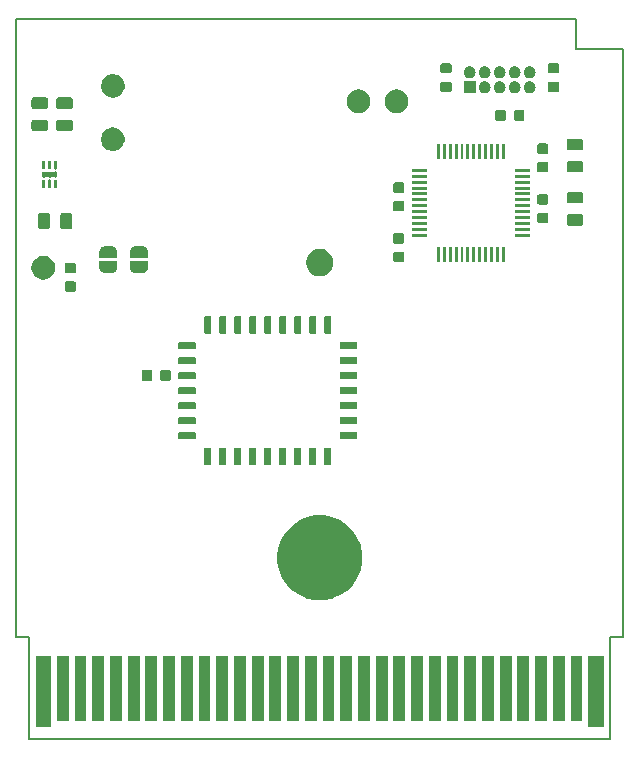
<source format=gbr>
G04 #@! TF.GenerationSoftware,KiCad,Pcbnew,5.0.2-bee76a0~70~ubuntu18.10.1*
G04 #@! TF.CreationDate,2019-01-06T00:11:17+02:00*
G04 #@! TF.ProjectId,GB-CART2M-A,47422d43-4152-4543-924d-2d412e6b6963,v1.0*
G04 #@! TF.SameCoordinates,Original*
G04 #@! TF.FileFunction,Soldermask,Top*
G04 #@! TF.FilePolarity,Negative*
%FSLAX46Y46*%
G04 Gerber Fmt 4.6, Leading zero omitted, Abs format (unit mm)*
G04 Created by KiCad (PCBNEW 5.0.2-bee76a0~70~ubuntu18.10.1) date su  6. tammikuuta 2019 00.11.17*
%MOMM*%
%LPD*%
G01*
G04 APERTURE LIST*
%ADD10C,0.150000*%
%ADD11C,0.100000*%
G04 APERTURE END LIST*
D10*
X121700000Y-39000000D02*
X121700000Y-41600000D01*
X74300000Y-39000000D02*
X121700000Y-39000000D01*
X125700000Y-41600000D02*
X121700000Y-41600000D01*
X74300000Y-91400000D02*
X74300000Y-39000000D01*
X75400000Y-91400000D02*
X74300000Y-91400000D01*
X75400000Y-100000000D02*
X75400000Y-91400000D01*
X125700000Y-91400000D02*
X125700000Y-41600000D01*
X124600000Y-91400000D02*
X125700000Y-91400000D01*
X124600000Y-100000000D02*
X124600000Y-91400000D01*
X75400000Y-100000000D02*
X124600000Y-100000000D01*
D11*
G36*
X77250000Y-99000000D02*
X75950000Y-99000000D01*
X75950000Y-93000000D01*
X77250000Y-93000000D01*
X77250000Y-99000000D01*
X77250000Y-99000000D01*
G37*
G36*
X124050000Y-99000000D02*
X122750000Y-99000000D01*
X122750000Y-93000000D01*
X124050000Y-93000000D01*
X124050000Y-99000000D01*
X124050000Y-99000000D01*
G37*
G36*
X122250000Y-98500000D02*
X121250000Y-98500000D01*
X121250000Y-93000000D01*
X122250000Y-93000000D01*
X122250000Y-98500000D01*
X122250000Y-98500000D01*
G37*
G36*
X78750000Y-98500000D02*
X77750000Y-98500000D01*
X77750000Y-93000000D01*
X78750000Y-93000000D01*
X78750000Y-98500000D01*
X78750000Y-98500000D01*
G37*
G36*
X120750000Y-98500000D02*
X119750000Y-98500000D01*
X119750000Y-93000000D01*
X120750000Y-93000000D01*
X120750000Y-98500000D01*
X120750000Y-98500000D01*
G37*
G36*
X119250000Y-98500000D02*
X118250000Y-98500000D01*
X118250000Y-93000000D01*
X119250000Y-93000000D01*
X119250000Y-98500000D01*
X119250000Y-98500000D01*
G37*
G36*
X117750000Y-98500000D02*
X116750000Y-98500000D01*
X116750000Y-93000000D01*
X117750000Y-93000000D01*
X117750000Y-98500000D01*
X117750000Y-98500000D01*
G37*
G36*
X116250000Y-98500000D02*
X115250000Y-98500000D01*
X115250000Y-93000000D01*
X116250000Y-93000000D01*
X116250000Y-98500000D01*
X116250000Y-98500000D01*
G37*
G36*
X114750000Y-98500000D02*
X113750000Y-98500000D01*
X113750000Y-93000000D01*
X114750000Y-93000000D01*
X114750000Y-98500000D01*
X114750000Y-98500000D01*
G37*
G36*
X113250000Y-98500000D02*
X112250000Y-98500000D01*
X112250000Y-93000000D01*
X113250000Y-93000000D01*
X113250000Y-98500000D01*
X113250000Y-98500000D01*
G37*
G36*
X111750000Y-98500000D02*
X110750000Y-98500000D01*
X110750000Y-93000000D01*
X111750000Y-93000000D01*
X111750000Y-98500000D01*
X111750000Y-98500000D01*
G37*
G36*
X110250000Y-98500000D02*
X109250000Y-98500000D01*
X109250000Y-93000000D01*
X110250000Y-93000000D01*
X110250000Y-98500000D01*
X110250000Y-98500000D01*
G37*
G36*
X108750000Y-98500000D02*
X107750000Y-98500000D01*
X107750000Y-93000000D01*
X108750000Y-93000000D01*
X108750000Y-98500000D01*
X108750000Y-98500000D01*
G37*
G36*
X107250000Y-98500000D02*
X106250000Y-98500000D01*
X106250000Y-93000000D01*
X107250000Y-93000000D01*
X107250000Y-98500000D01*
X107250000Y-98500000D01*
G37*
G36*
X105750000Y-98500000D02*
X104750000Y-98500000D01*
X104750000Y-93000000D01*
X105750000Y-93000000D01*
X105750000Y-98500000D01*
X105750000Y-98500000D01*
G37*
G36*
X104250000Y-98500000D02*
X103250000Y-98500000D01*
X103250000Y-93000000D01*
X104250000Y-93000000D01*
X104250000Y-98500000D01*
X104250000Y-98500000D01*
G37*
G36*
X102750000Y-98500000D02*
X101750000Y-98500000D01*
X101750000Y-93000000D01*
X102750000Y-93000000D01*
X102750000Y-98500000D01*
X102750000Y-98500000D01*
G37*
G36*
X99750000Y-98500000D02*
X98750000Y-98500000D01*
X98750000Y-93000000D01*
X99750000Y-93000000D01*
X99750000Y-98500000D01*
X99750000Y-98500000D01*
G37*
G36*
X80250000Y-98500000D02*
X79250000Y-98500000D01*
X79250000Y-93000000D01*
X80250000Y-93000000D01*
X80250000Y-98500000D01*
X80250000Y-98500000D01*
G37*
G36*
X81750000Y-98500000D02*
X80750000Y-98500000D01*
X80750000Y-93000000D01*
X81750000Y-93000000D01*
X81750000Y-98500000D01*
X81750000Y-98500000D01*
G37*
G36*
X83250000Y-98500000D02*
X82250000Y-98500000D01*
X82250000Y-93000000D01*
X83250000Y-93000000D01*
X83250000Y-98500000D01*
X83250000Y-98500000D01*
G37*
G36*
X84750000Y-98500000D02*
X83750000Y-98500000D01*
X83750000Y-93000000D01*
X84750000Y-93000000D01*
X84750000Y-98500000D01*
X84750000Y-98500000D01*
G37*
G36*
X86250000Y-98500000D02*
X85250000Y-98500000D01*
X85250000Y-93000000D01*
X86250000Y-93000000D01*
X86250000Y-98500000D01*
X86250000Y-98500000D01*
G37*
G36*
X87750000Y-98500000D02*
X86750000Y-98500000D01*
X86750000Y-93000000D01*
X87750000Y-93000000D01*
X87750000Y-98500000D01*
X87750000Y-98500000D01*
G37*
G36*
X89250000Y-98500000D02*
X88250000Y-98500000D01*
X88250000Y-93000000D01*
X89250000Y-93000000D01*
X89250000Y-98500000D01*
X89250000Y-98500000D01*
G37*
G36*
X92250000Y-98500000D02*
X91250000Y-98500000D01*
X91250000Y-93000000D01*
X92250000Y-93000000D01*
X92250000Y-98500000D01*
X92250000Y-98500000D01*
G37*
G36*
X93750000Y-98500000D02*
X92750000Y-98500000D01*
X92750000Y-93000000D01*
X93750000Y-93000000D01*
X93750000Y-98500000D01*
X93750000Y-98500000D01*
G37*
G36*
X95250000Y-98500000D02*
X94250000Y-98500000D01*
X94250000Y-93000000D01*
X95250000Y-93000000D01*
X95250000Y-98500000D01*
X95250000Y-98500000D01*
G37*
G36*
X96750000Y-98500000D02*
X95750000Y-98500000D01*
X95750000Y-93000000D01*
X96750000Y-93000000D01*
X96750000Y-98500000D01*
X96750000Y-98500000D01*
G37*
G36*
X98250000Y-98500000D02*
X97250000Y-98500000D01*
X97250000Y-93000000D01*
X98250000Y-93000000D01*
X98250000Y-98500000D01*
X98250000Y-98500000D01*
G37*
G36*
X101250000Y-98500000D02*
X100250000Y-98500000D01*
X100250000Y-93000000D01*
X101250000Y-93000000D01*
X101250000Y-98500000D01*
X101250000Y-98500000D01*
G37*
G36*
X90750000Y-98500000D02*
X89750000Y-98500000D01*
X89750000Y-93000000D01*
X90750000Y-93000000D01*
X90750000Y-98500000D01*
X90750000Y-98500000D01*
G37*
G36*
X101050081Y-81188346D02*
X101050083Y-81188347D01*
X101050084Y-81188347D01*
X101292095Y-81288591D01*
X101705240Y-81459721D01*
X102294866Y-81853697D01*
X102796303Y-82355134D01*
X103190279Y-82944760D01*
X103461654Y-83599919D01*
X103600000Y-84295431D01*
X103600000Y-85004569D01*
X103461654Y-85700081D01*
X103190279Y-86355240D01*
X102796303Y-86944866D01*
X102294866Y-87446303D01*
X101705240Y-87840279D01*
X101292095Y-88011409D01*
X101050084Y-88111653D01*
X101050083Y-88111653D01*
X101050081Y-88111654D01*
X100354569Y-88250000D01*
X99645431Y-88250000D01*
X98949919Y-88111654D01*
X98949917Y-88111653D01*
X98949916Y-88111653D01*
X98707905Y-88011409D01*
X98294760Y-87840279D01*
X97705134Y-87446303D01*
X97203697Y-86944866D01*
X96809721Y-86355240D01*
X96538346Y-85700081D01*
X96400000Y-85004569D01*
X96400000Y-84295431D01*
X96538346Y-83599919D01*
X96809721Y-82944760D01*
X97203697Y-82355134D01*
X97705134Y-81853697D01*
X98294760Y-81459721D01*
X98707905Y-81288591D01*
X98949916Y-81188347D01*
X98949917Y-81188347D01*
X98949919Y-81188346D01*
X99645431Y-81050000D01*
X100354569Y-81050000D01*
X101050081Y-81188346D01*
X101050081Y-81188346D01*
G37*
G36*
X99642146Y-75333356D02*
X99660815Y-75339019D01*
X99678021Y-75348216D01*
X99693101Y-75360591D01*
X99705476Y-75375671D01*
X99714673Y-75392877D01*
X99720336Y-75411546D01*
X99722732Y-75435868D01*
X99722732Y-76701052D01*
X99720336Y-76725374D01*
X99714673Y-76744043D01*
X99705476Y-76761249D01*
X99693101Y-76776329D01*
X99678021Y-76788704D01*
X99660815Y-76797901D01*
X99642146Y-76803564D01*
X99617824Y-76805960D01*
X99227640Y-76805960D01*
X99203318Y-76803564D01*
X99184649Y-76797901D01*
X99167443Y-76788704D01*
X99152363Y-76776329D01*
X99139988Y-76761249D01*
X99130791Y-76744043D01*
X99125128Y-76725374D01*
X99122732Y-76701052D01*
X99122732Y-75435868D01*
X99125128Y-75411546D01*
X99130791Y-75392877D01*
X99139988Y-75375671D01*
X99152363Y-75360591D01*
X99167443Y-75348216D01*
X99184649Y-75339019D01*
X99203318Y-75333356D01*
X99227640Y-75330960D01*
X99617824Y-75330960D01*
X99642146Y-75333356D01*
X99642146Y-75333356D01*
G37*
G36*
X90752146Y-75333356D02*
X90770815Y-75339019D01*
X90788021Y-75348216D01*
X90803101Y-75360591D01*
X90815476Y-75375671D01*
X90824673Y-75392877D01*
X90830336Y-75411546D01*
X90832732Y-75435868D01*
X90832732Y-76701052D01*
X90830336Y-76725374D01*
X90824673Y-76744043D01*
X90815476Y-76761249D01*
X90803101Y-76776329D01*
X90788021Y-76788704D01*
X90770815Y-76797901D01*
X90752146Y-76803564D01*
X90727824Y-76805960D01*
X90337640Y-76805960D01*
X90313318Y-76803564D01*
X90294649Y-76797901D01*
X90277443Y-76788704D01*
X90262363Y-76776329D01*
X90249988Y-76761249D01*
X90240791Y-76744043D01*
X90235128Y-76725374D01*
X90232732Y-76701052D01*
X90232732Y-75435868D01*
X90235128Y-75411546D01*
X90240791Y-75392877D01*
X90249988Y-75375671D01*
X90262363Y-75360591D01*
X90277443Y-75348216D01*
X90294649Y-75339019D01*
X90313318Y-75333356D01*
X90337640Y-75330960D01*
X90727824Y-75330960D01*
X90752146Y-75333356D01*
X90752146Y-75333356D01*
G37*
G36*
X92022146Y-75333356D02*
X92040815Y-75339019D01*
X92058021Y-75348216D01*
X92073101Y-75360591D01*
X92085476Y-75375671D01*
X92094673Y-75392877D01*
X92100336Y-75411546D01*
X92102732Y-75435868D01*
X92102732Y-76701052D01*
X92100336Y-76725374D01*
X92094673Y-76744043D01*
X92085476Y-76761249D01*
X92073101Y-76776329D01*
X92058021Y-76788704D01*
X92040815Y-76797901D01*
X92022146Y-76803564D01*
X91997824Y-76805960D01*
X91607640Y-76805960D01*
X91583318Y-76803564D01*
X91564649Y-76797901D01*
X91547443Y-76788704D01*
X91532363Y-76776329D01*
X91519988Y-76761249D01*
X91510791Y-76744043D01*
X91505128Y-76725374D01*
X91502732Y-76701052D01*
X91502732Y-75435868D01*
X91505128Y-75411546D01*
X91510791Y-75392877D01*
X91519988Y-75375671D01*
X91532363Y-75360591D01*
X91547443Y-75348216D01*
X91564649Y-75339019D01*
X91583318Y-75333356D01*
X91607640Y-75330960D01*
X91997824Y-75330960D01*
X92022146Y-75333356D01*
X92022146Y-75333356D01*
G37*
G36*
X93292146Y-75333356D02*
X93310815Y-75339019D01*
X93328021Y-75348216D01*
X93343101Y-75360591D01*
X93355476Y-75375671D01*
X93364673Y-75392877D01*
X93370336Y-75411546D01*
X93372732Y-75435868D01*
X93372732Y-76701052D01*
X93370336Y-76725374D01*
X93364673Y-76744043D01*
X93355476Y-76761249D01*
X93343101Y-76776329D01*
X93328021Y-76788704D01*
X93310815Y-76797901D01*
X93292146Y-76803564D01*
X93267824Y-76805960D01*
X92877640Y-76805960D01*
X92853318Y-76803564D01*
X92834649Y-76797901D01*
X92817443Y-76788704D01*
X92802363Y-76776329D01*
X92789988Y-76761249D01*
X92780791Y-76744043D01*
X92775128Y-76725374D01*
X92772732Y-76701052D01*
X92772732Y-75435868D01*
X92775128Y-75411546D01*
X92780791Y-75392877D01*
X92789988Y-75375671D01*
X92802363Y-75360591D01*
X92817443Y-75348216D01*
X92834649Y-75339019D01*
X92853318Y-75333356D01*
X92877640Y-75330960D01*
X93267824Y-75330960D01*
X93292146Y-75333356D01*
X93292146Y-75333356D01*
G37*
G36*
X94562146Y-75333356D02*
X94580815Y-75339019D01*
X94598021Y-75348216D01*
X94613101Y-75360591D01*
X94625476Y-75375671D01*
X94634673Y-75392877D01*
X94640336Y-75411546D01*
X94642732Y-75435868D01*
X94642732Y-76701052D01*
X94640336Y-76725374D01*
X94634673Y-76744043D01*
X94625476Y-76761249D01*
X94613101Y-76776329D01*
X94598021Y-76788704D01*
X94580815Y-76797901D01*
X94562146Y-76803564D01*
X94537824Y-76805960D01*
X94147640Y-76805960D01*
X94123318Y-76803564D01*
X94104649Y-76797901D01*
X94087443Y-76788704D01*
X94072363Y-76776329D01*
X94059988Y-76761249D01*
X94050791Y-76744043D01*
X94045128Y-76725374D01*
X94042732Y-76701052D01*
X94042732Y-75435868D01*
X94045128Y-75411546D01*
X94050791Y-75392877D01*
X94059988Y-75375671D01*
X94072363Y-75360591D01*
X94087443Y-75348216D01*
X94104649Y-75339019D01*
X94123318Y-75333356D01*
X94147640Y-75330960D01*
X94537824Y-75330960D01*
X94562146Y-75333356D01*
X94562146Y-75333356D01*
G37*
G36*
X95832146Y-75333356D02*
X95850815Y-75339019D01*
X95868021Y-75348216D01*
X95883101Y-75360591D01*
X95895476Y-75375671D01*
X95904673Y-75392877D01*
X95910336Y-75411546D01*
X95912732Y-75435868D01*
X95912732Y-76701052D01*
X95910336Y-76725374D01*
X95904673Y-76744043D01*
X95895476Y-76761249D01*
X95883101Y-76776329D01*
X95868021Y-76788704D01*
X95850815Y-76797901D01*
X95832146Y-76803564D01*
X95807824Y-76805960D01*
X95417640Y-76805960D01*
X95393318Y-76803564D01*
X95374649Y-76797901D01*
X95357443Y-76788704D01*
X95342363Y-76776329D01*
X95329988Y-76761249D01*
X95320791Y-76744043D01*
X95315128Y-76725374D01*
X95312732Y-76701052D01*
X95312732Y-75435868D01*
X95315128Y-75411546D01*
X95320791Y-75392877D01*
X95329988Y-75375671D01*
X95342363Y-75360591D01*
X95357443Y-75348216D01*
X95374649Y-75339019D01*
X95393318Y-75333356D01*
X95417640Y-75330960D01*
X95807824Y-75330960D01*
X95832146Y-75333356D01*
X95832146Y-75333356D01*
G37*
G36*
X97102146Y-75333356D02*
X97120815Y-75339019D01*
X97138021Y-75348216D01*
X97153101Y-75360591D01*
X97165476Y-75375671D01*
X97174673Y-75392877D01*
X97180336Y-75411546D01*
X97182732Y-75435868D01*
X97182732Y-76701052D01*
X97180336Y-76725374D01*
X97174673Y-76744043D01*
X97165476Y-76761249D01*
X97153101Y-76776329D01*
X97138021Y-76788704D01*
X97120815Y-76797901D01*
X97102146Y-76803564D01*
X97077824Y-76805960D01*
X96687640Y-76805960D01*
X96663318Y-76803564D01*
X96644649Y-76797901D01*
X96627443Y-76788704D01*
X96612363Y-76776329D01*
X96599988Y-76761249D01*
X96590791Y-76744043D01*
X96585128Y-76725374D01*
X96582732Y-76701052D01*
X96582732Y-75435868D01*
X96585128Y-75411546D01*
X96590791Y-75392877D01*
X96599988Y-75375671D01*
X96612363Y-75360591D01*
X96627443Y-75348216D01*
X96644649Y-75339019D01*
X96663318Y-75333356D01*
X96687640Y-75330960D01*
X97077824Y-75330960D01*
X97102146Y-75333356D01*
X97102146Y-75333356D01*
G37*
G36*
X98372146Y-75333356D02*
X98390815Y-75339019D01*
X98408021Y-75348216D01*
X98423101Y-75360591D01*
X98435476Y-75375671D01*
X98444673Y-75392877D01*
X98450336Y-75411546D01*
X98452732Y-75435868D01*
X98452732Y-76701052D01*
X98450336Y-76725374D01*
X98444673Y-76744043D01*
X98435476Y-76761249D01*
X98423101Y-76776329D01*
X98408021Y-76788704D01*
X98390815Y-76797901D01*
X98372146Y-76803564D01*
X98347824Y-76805960D01*
X97957640Y-76805960D01*
X97933318Y-76803564D01*
X97914649Y-76797901D01*
X97897443Y-76788704D01*
X97882363Y-76776329D01*
X97869988Y-76761249D01*
X97860791Y-76744043D01*
X97855128Y-76725374D01*
X97852732Y-76701052D01*
X97852732Y-75435868D01*
X97855128Y-75411546D01*
X97860791Y-75392877D01*
X97869988Y-75375671D01*
X97882363Y-75360591D01*
X97897443Y-75348216D01*
X97914649Y-75339019D01*
X97933318Y-75333356D01*
X97957640Y-75330960D01*
X98347824Y-75330960D01*
X98372146Y-75333356D01*
X98372146Y-75333356D01*
G37*
G36*
X100912146Y-75333356D02*
X100930815Y-75339019D01*
X100948021Y-75348216D01*
X100963101Y-75360591D01*
X100975476Y-75375671D01*
X100984673Y-75392877D01*
X100990336Y-75411546D01*
X100992732Y-75435868D01*
X100992732Y-76701052D01*
X100990336Y-76725374D01*
X100984673Y-76744043D01*
X100975476Y-76761249D01*
X100963101Y-76776329D01*
X100948021Y-76788704D01*
X100930815Y-76797901D01*
X100912146Y-76803564D01*
X100887824Y-76805960D01*
X100497640Y-76805960D01*
X100473318Y-76803564D01*
X100454649Y-76797901D01*
X100437443Y-76788704D01*
X100422363Y-76776329D01*
X100409988Y-76761249D01*
X100400791Y-76744043D01*
X100395128Y-76725374D01*
X100392732Y-76701052D01*
X100392732Y-75435868D01*
X100395128Y-75411546D01*
X100400791Y-75392877D01*
X100409988Y-75375671D01*
X100422363Y-75360591D01*
X100437443Y-75348216D01*
X100454649Y-75339019D01*
X100473318Y-75333356D01*
X100497640Y-75330960D01*
X100887824Y-75330960D01*
X100912146Y-75333356D01*
X100912146Y-75333356D01*
G37*
G36*
X103107146Y-74018356D02*
X103125815Y-74024019D01*
X103143021Y-74033216D01*
X103158101Y-74045591D01*
X103170476Y-74060671D01*
X103179673Y-74077877D01*
X103185336Y-74096546D01*
X103187732Y-74120868D01*
X103187732Y-74511052D01*
X103185336Y-74535374D01*
X103179673Y-74554043D01*
X103170476Y-74571249D01*
X103158101Y-74586329D01*
X103143021Y-74598704D01*
X103125815Y-74607901D01*
X103107146Y-74613564D01*
X103082824Y-74615960D01*
X101817640Y-74615960D01*
X101793318Y-74613564D01*
X101774649Y-74607901D01*
X101757443Y-74598704D01*
X101742363Y-74586329D01*
X101729988Y-74571249D01*
X101720791Y-74554043D01*
X101715128Y-74535374D01*
X101712732Y-74511052D01*
X101712732Y-74120868D01*
X101715128Y-74096546D01*
X101720791Y-74077877D01*
X101729988Y-74060671D01*
X101742363Y-74045591D01*
X101757443Y-74033216D01*
X101774649Y-74024019D01*
X101793318Y-74018356D01*
X101817640Y-74015960D01*
X103082824Y-74015960D01*
X103107146Y-74018356D01*
X103107146Y-74018356D01*
G37*
G36*
X89432146Y-74018356D02*
X89450815Y-74024019D01*
X89468021Y-74033216D01*
X89483101Y-74045591D01*
X89495476Y-74060671D01*
X89504673Y-74077877D01*
X89510336Y-74096546D01*
X89512732Y-74120868D01*
X89512732Y-74511052D01*
X89510336Y-74535374D01*
X89504673Y-74554043D01*
X89495476Y-74571249D01*
X89483101Y-74586329D01*
X89468021Y-74598704D01*
X89450815Y-74607901D01*
X89432146Y-74613564D01*
X89407824Y-74615960D01*
X88142640Y-74615960D01*
X88118318Y-74613564D01*
X88099649Y-74607901D01*
X88082443Y-74598704D01*
X88067363Y-74586329D01*
X88054988Y-74571249D01*
X88045791Y-74554043D01*
X88040128Y-74535374D01*
X88037732Y-74511052D01*
X88037732Y-74120868D01*
X88040128Y-74096546D01*
X88045791Y-74077877D01*
X88054988Y-74060671D01*
X88067363Y-74045591D01*
X88082443Y-74033216D01*
X88099649Y-74024019D01*
X88118318Y-74018356D01*
X88142640Y-74015960D01*
X89407824Y-74015960D01*
X89432146Y-74018356D01*
X89432146Y-74018356D01*
G37*
G36*
X89432146Y-72748356D02*
X89450815Y-72754019D01*
X89468021Y-72763216D01*
X89483101Y-72775591D01*
X89495476Y-72790671D01*
X89504673Y-72807877D01*
X89510336Y-72826546D01*
X89512732Y-72850868D01*
X89512732Y-73241052D01*
X89510336Y-73265374D01*
X89504673Y-73284043D01*
X89495476Y-73301249D01*
X89483101Y-73316329D01*
X89468021Y-73328704D01*
X89450815Y-73337901D01*
X89432146Y-73343564D01*
X89407824Y-73345960D01*
X88142640Y-73345960D01*
X88118318Y-73343564D01*
X88099649Y-73337901D01*
X88082443Y-73328704D01*
X88067363Y-73316329D01*
X88054988Y-73301249D01*
X88045791Y-73284043D01*
X88040128Y-73265374D01*
X88037732Y-73241052D01*
X88037732Y-72850868D01*
X88040128Y-72826546D01*
X88045791Y-72807877D01*
X88054988Y-72790671D01*
X88067363Y-72775591D01*
X88082443Y-72763216D01*
X88099649Y-72754019D01*
X88118318Y-72748356D01*
X88142640Y-72745960D01*
X89407824Y-72745960D01*
X89432146Y-72748356D01*
X89432146Y-72748356D01*
G37*
G36*
X103107146Y-72748356D02*
X103125815Y-72754019D01*
X103143021Y-72763216D01*
X103158101Y-72775591D01*
X103170476Y-72790671D01*
X103179673Y-72807877D01*
X103185336Y-72826546D01*
X103187732Y-72850868D01*
X103187732Y-73241052D01*
X103185336Y-73265374D01*
X103179673Y-73284043D01*
X103170476Y-73301249D01*
X103158101Y-73316329D01*
X103143021Y-73328704D01*
X103125815Y-73337901D01*
X103107146Y-73343564D01*
X103082824Y-73345960D01*
X101817640Y-73345960D01*
X101793318Y-73343564D01*
X101774649Y-73337901D01*
X101757443Y-73328704D01*
X101742363Y-73316329D01*
X101729988Y-73301249D01*
X101720791Y-73284043D01*
X101715128Y-73265374D01*
X101712732Y-73241052D01*
X101712732Y-72850868D01*
X101715128Y-72826546D01*
X101720791Y-72807877D01*
X101729988Y-72790671D01*
X101742363Y-72775591D01*
X101757443Y-72763216D01*
X101774649Y-72754019D01*
X101793318Y-72748356D01*
X101817640Y-72745960D01*
X103082824Y-72745960D01*
X103107146Y-72748356D01*
X103107146Y-72748356D01*
G37*
G36*
X89432146Y-71478356D02*
X89450815Y-71484019D01*
X89468021Y-71493216D01*
X89483101Y-71505591D01*
X89495476Y-71520671D01*
X89504673Y-71537877D01*
X89510336Y-71556546D01*
X89512732Y-71580868D01*
X89512732Y-71971052D01*
X89510336Y-71995374D01*
X89504673Y-72014043D01*
X89495476Y-72031249D01*
X89483101Y-72046329D01*
X89468021Y-72058704D01*
X89450815Y-72067901D01*
X89432146Y-72073564D01*
X89407824Y-72075960D01*
X88142640Y-72075960D01*
X88118318Y-72073564D01*
X88099649Y-72067901D01*
X88082443Y-72058704D01*
X88067363Y-72046329D01*
X88054988Y-72031249D01*
X88045791Y-72014043D01*
X88040128Y-71995374D01*
X88037732Y-71971052D01*
X88037732Y-71580868D01*
X88040128Y-71556546D01*
X88045791Y-71537877D01*
X88054988Y-71520671D01*
X88067363Y-71505591D01*
X88082443Y-71493216D01*
X88099649Y-71484019D01*
X88118318Y-71478356D01*
X88142640Y-71475960D01*
X89407824Y-71475960D01*
X89432146Y-71478356D01*
X89432146Y-71478356D01*
G37*
G36*
X103107146Y-71478356D02*
X103125815Y-71484019D01*
X103143021Y-71493216D01*
X103158101Y-71505591D01*
X103170476Y-71520671D01*
X103179673Y-71537877D01*
X103185336Y-71556546D01*
X103187732Y-71580868D01*
X103187732Y-71971052D01*
X103185336Y-71995374D01*
X103179673Y-72014043D01*
X103170476Y-72031249D01*
X103158101Y-72046329D01*
X103143021Y-72058704D01*
X103125815Y-72067901D01*
X103107146Y-72073564D01*
X103082824Y-72075960D01*
X101817640Y-72075960D01*
X101793318Y-72073564D01*
X101774649Y-72067901D01*
X101757443Y-72058704D01*
X101742363Y-72046329D01*
X101729988Y-72031249D01*
X101720791Y-72014043D01*
X101715128Y-71995374D01*
X101712732Y-71971052D01*
X101712732Y-71580868D01*
X101715128Y-71556546D01*
X101720791Y-71537877D01*
X101729988Y-71520671D01*
X101742363Y-71505591D01*
X101757443Y-71493216D01*
X101774649Y-71484019D01*
X101793318Y-71478356D01*
X101817640Y-71475960D01*
X103082824Y-71475960D01*
X103107146Y-71478356D01*
X103107146Y-71478356D01*
G37*
G36*
X89432146Y-70208356D02*
X89450815Y-70214019D01*
X89468021Y-70223216D01*
X89483101Y-70235591D01*
X89495476Y-70250671D01*
X89504673Y-70267877D01*
X89510336Y-70286546D01*
X89512732Y-70310868D01*
X89512732Y-70701052D01*
X89510336Y-70725374D01*
X89504673Y-70744043D01*
X89495476Y-70761249D01*
X89483101Y-70776329D01*
X89468021Y-70788704D01*
X89450815Y-70797901D01*
X89432146Y-70803564D01*
X89407824Y-70805960D01*
X88142640Y-70805960D01*
X88118318Y-70803564D01*
X88099649Y-70797901D01*
X88082443Y-70788704D01*
X88067363Y-70776329D01*
X88054988Y-70761249D01*
X88045791Y-70744043D01*
X88040128Y-70725374D01*
X88037732Y-70701052D01*
X88037732Y-70310868D01*
X88040128Y-70286546D01*
X88045791Y-70267877D01*
X88054988Y-70250671D01*
X88067363Y-70235591D01*
X88082443Y-70223216D01*
X88099649Y-70214019D01*
X88118318Y-70208356D01*
X88142640Y-70205960D01*
X89407824Y-70205960D01*
X89432146Y-70208356D01*
X89432146Y-70208356D01*
G37*
G36*
X103107146Y-70208356D02*
X103125815Y-70214019D01*
X103143021Y-70223216D01*
X103158101Y-70235591D01*
X103170476Y-70250671D01*
X103179673Y-70267877D01*
X103185336Y-70286546D01*
X103187732Y-70310868D01*
X103187732Y-70701052D01*
X103185336Y-70725374D01*
X103179673Y-70744043D01*
X103170476Y-70761249D01*
X103158101Y-70776329D01*
X103143021Y-70788704D01*
X103125815Y-70797901D01*
X103107146Y-70803564D01*
X103082824Y-70805960D01*
X101817640Y-70805960D01*
X101793318Y-70803564D01*
X101774649Y-70797901D01*
X101757443Y-70788704D01*
X101742363Y-70776329D01*
X101729988Y-70761249D01*
X101720791Y-70744043D01*
X101715128Y-70725374D01*
X101712732Y-70701052D01*
X101712732Y-70310868D01*
X101715128Y-70286546D01*
X101720791Y-70267877D01*
X101729988Y-70250671D01*
X101742363Y-70235591D01*
X101757443Y-70223216D01*
X101774649Y-70214019D01*
X101793318Y-70208356D01*
X101817640Y-70205960D01*
X103082824Y-70205960D01*
X103107146Y-70208356D01*
X103107146Y-70208356D01*
G37*
G36*
X87251808Y-68734677D02*
X87283373Y-68744251D01*
X87312467Y-68759803D01*
X87337964Y-68780728D01*
X87358889Y-68806225D01*
X87374441Y-68835319D01*
X87384015Y-68866884D01*
X87387732Y-68904618D01*
X87387732Y-69507302D01*
X87384015Y-69545036D01*
X87374441Y-69576601D01*
X87358889Y-69605695D01*
X87337964Y-69631192D01*
X87312467Y-69652117D01*
X87283373Y-69667669D01*
X87251808Y-69677243D01*
X87214074Y-69680960D01*
X86686390Y-69680960D01*
X86648656Y-69677243D01*
X86617091Y-69667669D01*
X86587997Y-69652117D01*
X86562500Y-69631192D01*
X86541575Y-69605695D01*
X86526023Y-69576601D01*
X86516449Y-69545036D01*
X86512732Y-69507302D01*
X86512732Y-68904618D01*
X86516449Y-68866884D01*
X86526023Y-68835319D01*
X86541575Y-68806225D01*
X86562500Y-68780728D01*
X86587997Y-68759803D01*
X86617091Y-68744251D01*
X86648656Y-68734677D01*
X86686390Y-68730960D01*
X87214074Y-68730960D01*
X87251808Y-68734677D01*
X87251808Y-68734677D01*
G37*
G36*
X85676808Y-68734677D02*
X85708373Y-68744251D01*
X85737467Y-68759803D01*
X85762964Y-68780728D01*
X85783889Y-68806225D01*
X85799441Y-68835319D01*
X85809015Y-68866884D01*
X85812732Y-68904618D01*
X85812732Y-69507302D01*
X85809015Y-69545036D01*
X85799441Y-69576601D01*
X85783889Y-69605695D01*
X85762964Y-69631192D01*
X85737467Y-69652117D01*
X85708373Y-69667669D01*
X85676808Y-69677243D01*
X85639074Y-69680960D01*
X85111390Y-69680960D01*
X85073656Y-69677243D01*
X85042091Y-69667669D01*
X85012997Y-69652117D01*
X84987500Y-69631192D01*
X84966575Y-69605695D01*
X84951023Y-69576601D01*
X84941449Y-69545036D01*
X84937732Y-69507302D01*
X84937732Y-68904618D01*
X84941449Y-68866884D01*
X84951023Y-68835319D01*
X84966575Y-68806225D01*
X84987500Y-68780728D01*
X85012997Y-68759803D01*
X85042091Y-68744251D01*
X85073656Y-68734677D01*
X85111390Y-68730960D01*
X85639074Y-68730960D01*
X85676808Y-68734677D01*
X85676808Y-68734677D01*
G37*
G36*
X89432146Y-68938356D02*
X89450815Y-68944019D01*
X89468021Y-68953216D01*
X89483101Y-68965591D01*
X89495476Y-68980671D01*
X89504673Y-68997877D01*
X89510336Y-69016546D01*
X89512732Y-69040868D01*
X89512732Y-69431052D01*
X89510336Y-69455374D01*
X89504673Y-69474043D01*
X89495476Y-69491249D01*
X89483101Y-69506329D01*
X89468021Y-69518704D01*
X89450815Y-69527901D01*
X89432146Y-69533564D01*
X89407824Y-69535960D01*
X88142640Y-69535960D01*
X88118318Y-69533564D01*
X88099649Y-69527901D01*
X88082443Y-69518704D01*
X88067363Y-69506329D01*
X88054988Y-69491249D01*
X88045791Y-69474043D01*
X88040128Y-69455374D01*
X88037732Y-69431052D01*
X88037732Y-69040868D01*
X88040128Y-69016546D01*
X88045791Y-68997877D01*
X88054988Y-68980671D01*
X88067363Y-68965591D01*
X88082443Y-68953216D01*
X88099649Y-68944019D01*
X88118318Y-68938356D01*
X88142640Y-68935960D01*
X89407824Y-68935960D01*
X89432146Y-68938356D01*
X89432146Y-68938356D01*
G37*
G36*
X103107146Y-68938356D02*
X103125815Y-68944019D01*
X103143021Y-68953216D01*
X103158101Y-68965591D01*
X103170476Y-68980671D01*
X103179673Y-68997877D01*
X103185336Y-69016546D01*
X103187732Y-69040868D01*
X103187732Y-69431052D01*
X103185336Y-69455374D01*
X103179673Y-69474043D01*
X103170476Y-69491249D01*
X103158101Y-69506329D01*
X103143021Y-69518704D01*
X103125815Y-69527901D01*
X103107146Y-69533564D01*
X103082824Y-69535960D01*
X101817640Y-69535960D01*
X101793318Y-69533564D01*
X101774649Y-69527901D01*
X101757443Y-69518704D01*
X101742363Y-69506329D01*
X101729988Y-69491249D01*
X101720791Y-69474043D01*
X101715128Y-69455374D01*
X101712732Y-69431052D01*
X101712732Y-69040868D01*
X101715128Y-69016546D01*
X101720791Y-68997877D01*
X101729988Y-68980671D01*
X101742363Y-68965591D01*
X101757443Y-68953216D01*
X101774649Y-68944019D01*
X101793318Y-68938356D01*
X101817640Y-68935960D01*
X103082824Y-68935960D01*
X103107146Y-68938356D01*
X103107146Y-68938356D01*
G37*
G36*
X103107146Y-67668356D02*
X103125815Y-67674019D01*
X103143021Y-67683216D01*
X103158101Y-67695591D01*
X103170476Y-67710671D01*
X103179673Y-67727877D01*
X103185336Y-67746546D01*
X103187732Y-67770868D01*
X103187732Y-68161052D01*
X103185336Y-68185374D01*
X103179673Y-68204043D01*
X103170476Y-68221249D01*
X103158101Y-68236329D01*
X103143021Y-68248704D01*
X103125815Y-68257901D01*
X103107146Y-68263564D01*
X103082824Y-68265960D01*
X101817640Y-68265960D01*
X101793318Y-68263564D01*
X101774649Y-68257901D01*
X101757443Y-68248704D01*
X101742363Y-68236329D01*
X101729988Y-68221249D01*
X101720791Y-68204043D01*
X101715128Y-68185374D01*
X101712732Y-68161052D01*
X101712732Y-67770868D01*
X101715128Y-67746546D01*
X101720791Y-67727877D01*
X101729988Y-67710671D01*
X101742363Y-67695591D01*
X101757443Y-67683216D01*
X101774649Y-67674019D01*
X101793318Y-67668356D01*
X101817640Y-67665960D01*
X103082824Y-67665960D01*
X103107146Y-67668356D01*
X103107146Y-67668356D01*
G37*
G36*
X89432146Y-67668356D02*
X89450815Y-67674019D01*
X89468021Y-67683216D01*
X89483101Y-67695591D01*
X89495476Y-67710671D01*
X89504673Y-67727877D01*
X89510336Y-67746546D01*
X89512732Y-67770868D01*
X89512732Y-68161052D01*
X89510336Y-68185374D01*
X89504673Y-68204043D01*
X89495476Y-68221249D01*
X89483101Y-68236329D01*
X89468021Y-68248704D01*
X89450815Y-68257901D01*
X89432146Y-68263564D01*
X89407824Y-68265960D01*
X88142640Y-68265960D01*
X88118318Y-68263564D01*
X88099649Y-68257901D01*
X88082443Y-68248704D01*
X88067363Y-68236329D01*
X88054988Y-68221249D01*
X88045791Y-68204043D01*
X88040128Y-68185374D01*
X88037732Y-68161052D01*
X88037732Y-67770868D01*
X88040128Y-67746546D01*
X88045791Y-67727877D01*
X88054988Y-67710671D01*
X88067363Y-67695591D01*
X88082443Y-67683216D01*
X88099649Y-67674019D01*
X88118318Y-67668356D01*
X88142640Y-67665960D01*
X89407824Y-67665960D01*
X89432146Y-67668356D01*
X89432146Y-67668356D01*
G37*
G36*
X89432146Y-66398356D02*
X89450815Y-66404019D01*
X89468021Y-66413216D01*
X89483101Y-66425591D01*
X89495476Y-66440671D01*
X89504673Y-66457877D01*
X89510336Y-66476546D01*
X89512732Y-66500868D01*
X89512732Y-66891052D01*
X89510336Y-66915374D01*
X89504673Y-66934043D01*
X89495476Y-66951249D01*
X89483101Y-66966329D01*
X89468021Y-66978704D01*
X89450815Y-66987901D01*
X89432146Y-66993564D01*
X89407824Y-66995960D01*
X88142640Y-66995960D01*
X88118318Y-66993564D01*
X88099649Y-66987901D01*
X88082443Y-66978704D01*
X88067363Y-66966329D01*
X88054988Y-66951249D01*
X88045791Y-66934043D01*
X88040128Y-66915374D01*
X88037732Y-66891052D01*
X88037732Y-66500868D01*
X88040128Y-66476546D01*
X88045791Y-66457877D01*
X88054988Y-66440671D01*
X88067363Y-66425591D01*
X88082443Y-66413216D01*
X88099649Y-66404019D01*
X88118318Y-66398356D01*
X88142640Y-66395960D01*
X89407824Y-66395960D01*
X89432146Y-66398356D01*
X89432146Y-66398356D01*
G37*
G36*
X103107146Y-66398356D02*
X103125815Y-66404019D01*
X103143021Y-66413216D01*
X103158101Y-66425591D01*
X103170476Y-66440671D01*
X103179673Y-66457877D01*
X103185336Y-66476546D01*
X103187732Y-66500868D01*
X103187732Y-66891052D01*
X103185336Y-66915374D01*
X103179673Y-66934043D01*
X103170476Y-66951249D01*
X103158101Y-66966329D01*
X103143021Y-66978704D01*
X103125815Y-66987901D01*
X103107146Y-66993564D01*
X103082824Y-66995960D01*
X101817640Y-66995960D01*
X101793318Y-66993564D01*
X101774649Y-66987901D01*
X101757443Y-66978704D01*
X101742363Y-66966329D01*
X101729988Y-66951249D01*
X101720791Y-66934043D01*
X101715128Y-66915374D01*
X101712732Y-66891052D01*
X101712732Y-66500868D01*
X101715128Y-66476546D01*
X101720791Y-66457877D01*
X101729988Y-66440671D01*
X101742363Y-66425591D01*
X101757443Y-66413216D01*
X101774649Y-66404019D01*
X101793318Y-66398356D01*
X101817640Y-66395960D01*
X103082824Y-66395960D01*
X103107146Y-66398356D01*
X103107146Y-66398356D01*
G37*
G36*
X90752146Y-64208356D02*
X90770815Y-64214019D01*
X90788021Y-64223216D01*
X90803101Y-64235591D01*
X90815476Y-64250671D01*
X90824673Y-64267877D01*
X90830336Y-64286546D01*
X90832732Y-64310868D01*
X90832732Y-65576052D01*
X90830336Y-65600374D01*
X90824673Y-65619043D01*
X90815476Y-65636249D01*
X90803101Y-65651329D01*
X90788021Y-65663704D01*
X90770815Y-65672901D01*
X90752146Y-65678564D01*
X90727824Y-65680960D01*
X90337640Y-65680960D01*
X90313318Y-65678564D01*
X90294649Y-65672901D01*
X90277443Y-65663704D01*
X90262363Y-65651329D01*
X90249988Y-65636249D01*
X90240791Y-65619043D01*
X90235128Y-65600374D01*
X90232732Y-65576052D01*
X90232732Y-64310868D01*
X90235128Y-64286546D01*
X90240791Y-64267877D01*
X90249988Y-64250671D01*
X90262363Y-64235591D01*
X90277443Y-64223216D01*
X90294649Y-64214019D01*
X90313318Y-64208356D01*
X90337640Y-64205960D01*
X90727824Y-64205960D01*
X90752146Y-64208356D01*
X90752146Y-64208356D01*
G37*
G36*
X99642146Y-64208356D02*
X99660815Y-64214019D01*
X99678021Y-64223216D01*
X99693101Y-64235591D01*
X99705476Y-64250671D01*
X99714673Y-64267877D01*
X99720336Y-64286546D01*
X99722732Y-64310868D01*
X99722732Y-65576052D01*
X99720336Y-65600374D01*
X99714673Y-65619043D01*
X99705476Y-65636249D01*
X99693101Y-65651329D01*
X99678021Y-65663704D01*
X99660815Y-65672901D01*
X99642146Y-65678564D01*
X99617824Y-65680960D01*
X99227640Y-65680960D01*
X99203318Y-65678564D01*
X99184649Y-65672901D01*
X99167443Y-65663704D01*
X99152363Y-65651329D01*
X99139988Y-65636249D01*
X99130791Y-65619043D01*
X99125128Y-65600374D01*
X99122732Y-65576052D01*
X99122732Y-64310868D01*
X99125128Y-64286546D01*
X99130791Y-64267877D01*
X99139988Y-64250671D01*
X99152363Y-64235591D01*
X99167443Y-64223216D01*
X99184649Y-64214019D01*
X99203318Y-64208356D01*
X99227640Y-64205960D01*
X99617824Y-64205960D01*
X99642146Y-64208356D01*
X99642146Y-64208356D01*
G37*
G36*
X98372146Y-64208356D02*
X98390815Y-64214019D01*
X98408021Y-64223216D01*
X98423101Y-64235591D01*
X98435476Y-64250671D01*
X98444673Y-64267877D01*
X98450336Y-64286546D01*
X98452732Y-64310868D01*
X98452732Y-65576052D01*
X98450336Y-65600374D01*
X98444673Y-65619043D01*
X98435476Y-65636249D01*
X98423101Y-65651329D01*
X98408021Y-65663704D01*
X98390815Y-65672901D01*
X98372146Y-65678564D01*
X98347824Y-65680960D01*
X97957640Y-65680960D01*
X97933318Y-65678564D01*
X97914649Y-65672901D01*
X97897443Y-65663704D01*
X97882363Y-65651329D01*
X97869988Y-65636249D01*
X97860791Y-65619043D01*
X97855128Y-65600374D01*
X97852732Y-65576052D01*
X97852732Y-64310868D01*
X97855128Y-64286546D01*
X97860791Y-64267877D01*
X97869988Y-64250671D01*
X97882363Y-64235591D01*
X97897443Y-64223216D01*
X97914649Y-64214019D01*
X97933318Y-64208356D01*
X97957640Y-64205960D01*
X98347824Y-64205960D01*
X98372146Y-64208356D01*
X98372146Y-64208356D01*
G37*
G36*
X97102146Y-64208356D02*
X97120815Y-64214019D01*
X97138021Y-64223216D01*
X97153101Y-64235591D01*
X97165476Y-64250671D01*
X97174673Y-64267877D01*
X97180336Y-64286546D01*
X97182732Y-64310868D01*
X97182732Y-65576052D01*
X97180336Y-65600374D01*
X97174673Y-65619043D01*
X97165476Y-65636249D01*
X97153101Y-65651329D01*
X97138021Y-65663704D01*
X97120815Y-65672901D01*
X97102146Y-65678564D01*
X97077824Y-65680960D01*
X96687640Y-65680960D01*
X96663318Y-65678564D01*
X96644649Y-65672901D01*
X96627443Y-65663704D01*
X96612363Y-65651329D01*
X96599988Y-65636249D01*
X96590791Y-65619043D01*
X96585128Y-65600374D01*
X96582732Y-65576052D01*
X96582732Y-64310868D01*
X96585128Y-64286546D01*
X96590791Y-64267877D01*
X96599988Y-64250671D01*
X96612363Y-64235591D01*
X96627443Y-64223216D01*
X96644649Y-64214019D01*
X96663318Y-64208356D01*
X96687640Y-64205960D01*
X97077824Y-64205960D01*
X97102146Y-64208356D01*
X97102146Y-64208356D01*
G37*
G36*
X94562146Y-64208356D02*
X94580815Y-64214019D01*
X94598021Y-64223216D01*
X94613101Y-64235591D01*
X94625476Y-64250671D01*
X94634673Y-64267877D01*
X94640336Y-64286546D01*
X94642732Y-64310868D01*
X94642732Y-65576052D01*
X94640336Y-65600374D01*
X94634673Y-65619043D01*
X94625476Y-65636249D01*
X94613101Y-65651329D01*
X94598021Y-65663704D01*
X94580815Y-65672901D01*
X94562146Y-65678564D01*
X94537824Y-65680960D01*
X94147640Y-65680960D01*
X94123318Y-65678564D01*
X94104649Y-65672901D01*
X94087443Y-65663704D01*
X94072363Y-65651329D01*
X94059988Y-65636249D01*
X94050791Y-65619043D01*
X94045128Y-65600374D01*
X94042732Y-65576052D01*
X94042732Y-64310868D01*
X94045128Y-64286546D01*
X94050791Y-64267877D01*
X94059988Y-64250671D01*
X94072363Y-64235591D01*
X94087443Y-64223216D01*
X94104649Y-64214019D01*
X94123318Y-64208356D01*
X94147640Y-64205960D01*
X94537824Y-64205960D01*
X94562146Y-64208356D01*
X94562146Y-64208356D01*
G37*
G36*
X93292146Y-64208356D02*
X93310815Y-64214019D01*
X93328021Y-64223216D01*
X93343101Y-64235591D01*
X93355476Y-64250671D01*
X93364673Y-64267877D01*
X93370336Y-64286546D01*
X93372732Y-64310868D01*
X93372732Y-65576052D01*
X93370336Y-65600374D01*
X93364673Y-65619043D01*
X93355476Y-65636249D01*
X93343101Y-65651329D01*
X93328021Y-65663704D01*
X93310815Y-65672901D01*
X93292146Y-65678564D01*
X93267824Y-65680960D01*
X92877640Y-65680960D01*
X92853318Y-65678564D01*
X92834649Y-65672901D01*
X92817443Y-65663704D01*
X92802363Y-65651329D01*
X92789988Y-65636249D01*
X92780791Y-65619043D01*
X92775128Y-65600374D01*
X92772732Y-65576052D01*
X92772732Y-64310868D01*
X92775128Y-64286546D01*
X92780791Y-64267877D01*
X92789988Y-64250671D01*
X92802363Y-64235591D01*
X92817443Y-64223216D01*
X92834649Y-64214019D01*
X92853318Y-64208356D01*
X92877640Y-64205960D01*
X93267824Y-64205960D01*
X93292146Y-64208356D01*
X93292146Y-64208356D01*
G37*
G36*
X92022146Y-64208356D02*
X92040815Y-64214019D01*
X92058021Y-64223216D01*
X92073101Y-64235591D01*
X92085476Y-64250671D01*
X92094673Y-64267877D01*
X92100336Y-64286546D01*
X92102732Y-64310868D01*
X92102732Y-65576052D01*
X92100336Y-65600374D01*
X92094673Y-65619043D01*
X92085476Y-65636249D01*
X92073101Y-65651329D01*
X92058021Y-65663704D01*
X92040815Y-65672901D01*
X92022146Y-65678564D01*
X91997824Y-65680960D01*
X91607640Y-65680960D01*
X91583318Y-65678564D01*
X91564649Y-65672901D01*
X91547443Y-65663704D01*
X91532363Y-65651329D01*
X91519988Y-65636249D01*
X91510791Y-65619043D01*
X91505128Y-65600374D01*
X91502732Y-65576052D01*
X91502732Y-64310868D01*
X91505128Y-64286546D01*
X91510791Y-64267877D01*
X91519988Y-64250671D01*
X91532363Y-64235591D01*
X91547443Y-64223216D01*
X91564649Y-64214019D01*
X91583318Y-64208356D01*
X91607640Y-64205960D01*
X91997824Y-64205960D01*
X92022146Y-64208356D01*
X92022146Y-64208356D01*
G37*
G36*
X100912146Y-64208356D02*
X100930815Y-64214019D01*
X100948021Y-64223216D01*
X100963101Y-64235591D01*
X100975476Y-64250671D01*
X100984673Y-64267877D01*
X100990336Y-64286546D01*
X100992732Y-64310868D01*
X100992732Y-65576052D01*
X100990336Y-65600374D01*
X100984673Y-65619043D01*
X100975476Y-65636249D01*
X100963101Y-65651329D01*
X100948021Y-65663704D01*
X100930815Y-65672901D01*
X100912146Y-65678564D01*
X100887824Y-65680960D01*
X100497640Y-65680960D01*
X100473318Y-65678564D01*
X100454649Y-65672901D01*
X100437443Y-65663704D01*
X100422363Y-65651329D01*
X100409988Y-65636249D01*
X100400791Y-65619043D01*
X100395128Y-65600374D01*
X100392732Y-65576052D01*
X100392732Y-64310868D01*
X100395128Y-64286546D01*
X100400791Y-64267877D01*
X100409988Y-64250671D01*
X100422363Y-64235591D01*
X100437443Y-64223216D01*
X100454649Y-64214019D01*
X100473318Y-64208356D01*
X100497640Y-64205960D01*
X100887824Y-64205960D01*
X100912146Y-64208356D01*
X100912146Y-64208356D01*
G37*
G36*
X95832146Y-64208356D02*
X95850815Y-64214019D01*
X95868021Y-64223216D01*
X95883101Y-64235591D01*
X95895476Y-64250671D01*
X95904673Y-64267877D01*
X95910336Y-64286546D01*
X95912732Y-64310868D01*
X95912732Y-65576052D01*
X95910336Y-65600374D01*
X95904673Y-65619043D01*
X95895476Y-65636249D01*
X95883101Y-65651329D01*
X95868021Y-65663704D01*
X95850815Y-65672901D01*
X95832146Y-65678564D01*
X95807824Y-65680960D01*
X95417640Y-65680960D01*
X95393318Y-65678564D01*
X95374649Y-65672901D01*
X95357443Y-65663704D01*
X95342363Y-65651329D01*
X95329988Y-65636249D01*
X95320791Y-65619043D01*
X95315128Y-65600374D01*
X95312732Y-65576052D01*
X95312732Y-64310868D01*
X95315128Y-64286546D01*
X95320791Y-64267877D01*
X95329988Y-64250671D01*
X95342363Y-64235591D01*
X95357443Y-64223216D01*
X95374649Y-64214019D01*
X95393318Y-64208356D01*
X95417640Y-64205960D01*
X95807824Y-64205960D01*
X95832146Y-64208356D01*
X95832146Y-64208356D01*
G37*
G36*
X79239076Y-61253717D02*
X79270641Y-61263291D01*
X79299735Y-61278843D01*
X79325232Y-61299768D01*
X79346157Y-61325265D01*
X79361709Y-61354359D01*
X79371283Y-61385924D01*
X79375000Y-61423658D01*
X79375000Y-61951342D01*
X79371283Y-61989076D01*
X79361709Y-62020641D01*
X79346157Y-62049735D01*
X79325232Y-62075232D01*
X79299735Y-62096157D01*
X79270641Y-62111709D01*
X79239076Y-62121283D01*
X79201342Y-62125000D01*
X78598658Y-62125000D01*
X78560924Y-62121283D01*
X78529359Y-62111709D01*
X78500265Y-62096157D01*
X78474768Y-62075232D01*
X78453843Y-62049735D01*
X78438291Y-62020641D01*
X78428717Y-61989076D01*
X78425000Y-61951342D01*
X78425000Y-61423658D01*
X78428717Y-61385924D01*
X78438291Y-61354359D01*
X78453843Y-61325265D01*
X78474768Y-61299768D01*
X78500265Y-61278843D01*
X78529359Y-61263291D01*
X78560924Y-61253717D01*
X78598658Y-61250000D01*
X79201342Y-61250000D01*
X79239076Y-61253717D01*
X79239076Y-61253717D01*
G37*
G36*
X76814410Y-59123057D02*
X76891689Y-59138429D01*
X77073678Y-59213811D01*
X77237463Y-59323249D01*
X77376751Y-59462537D01*
X77486189Y-59626322D01*
X77561571Y-59808311D01*
X77569596Y-59848658D01*
X77600000Y-60001506D01*
X77600000Y-60198494D01*
X77576943Y-60314410D01*
X77561571Y-60391689D01*
X77486189Y-60573678D01*
X77376751Y-60737463D01*
X77237463Y-60876751D01*
X77073678Y-60986189D01*
X76891689Y-61061571D01*
X76814410Y-61076943D01*
X76698494Y-61100000D01*
X76501506Y-61100000D01*
X76385590Y-61076943D01*
X76308311Y-61061571D01*
X76126322Y-60986189D01*
X75962537Y-60876751D01*
X75823249Y-60737463D01*
X75713811Y-60573678D01*
X75638429Y-60391689D01*
X75623057Y-60314410D01*
X75600000Y-60198494D01*
X75600000Y-60001506D01*
X75630404Y-59848658D01*
X75638429Y-59808311D01*
X75713811Y-59626322D01*
X75823249Y-59462537D01*
X75962537Y-59323249D01*
X76126322Y-59213811D01*
X76308311Y-59138429D01*
X76385590Y-59123057D01*
X76501506Y-59100000D01*
X76698494Y-59100000D01*
X76814410Y-59123057D01*
X76814410Y-59123057D01*
G37*
G36*
X100335443Y-58544194D02*
X100544729Y-58630884D01*
X100733082Y-58756737D01*
X100893263Y-58916918D01*
X101019116Y-59105271D01*
X101105806Y-59314557D01*
X101150000Y-59536735D01*
X101150000Y-59763265D01*
X101105806Y-59985443D01*
X101019116Y-60194729D01*
X100893263Y-60383082D01*
X100733082Y-60543263D01*
X100544729Y-60669116D01*
X100335443Y-60755806D01*
X100113265Y-60800000D01*
X99886735Y-60800000D01*
X99664557Y-60755806D01*
X99455271Y-60669116D01*
X99266918Y-60543263D01*
X99106737Y-60383082D01*
X98980884Y-60194729D01*
X98894194Y-59985443D01*
X98850000Y-59763265D01*
X98850000Y-59536735D01*
X98894194Y-59314557D01*
X98980884Y-59105271D01*
X99106737Y-58916918D01*
X99266918Y-58756737D01*
X99455271Y-58630884D01*
X99664557Y-58544194D01*
X99886735Y-58500000D01*
X100113265Y-58500000D01*
X100335443Y-58544194D01*
X100335443Y-58544194D01*
G37*
G36*
X85449996Y-59549999D02*
X85450000Y-59550000D01*
X85450001Y-59550004D01*
X85450484Y-59554910D01*
X85450484Y-60045090D01*
X85449035Y-60059800D01*
X85449752Y-60059871D01*
X85448076Y-60071176D01*
X85448076Y-60094099D01*
X85447109Y-60103913D01*
X85429901Y-60190424D01*
X85427037Y-60199865D01*
X85393287Y-60281348D01*
X85388636Y-60290048D01*
X85339635Y-60363383D01*
X85333377Y-60371009D01*
X85271009Y-60433377D01*
X85263383Y-60439635D01*
X85190048Y-60488636D01*
X85181348Y-60493287D01*
X85099865Y-60527037D01*
X85095144Y-60528469D01*
X85095142Y-60528470D01*
X85095140Y-60528470D01*
X85090424Y-60529901D01*
X85003913Y-60547109D01*
X84994099Y-60548076D01*
X84971176Y-60548076D01*
X84959871Y-60549752D01*
X84959800Y-60549035D01*
X84945090Y-60550484D01*
X84454910Y-60550484D01*
X84440200Y-60549035D01*
X84440129Y-60549752D01*
X84428824Y-60548076D01*
X84405901Y-60548076D01*
X84396087Y-60547109D01*
X84309576Y-60529901D01*
X84304860Y-60528470D01*
X84304858Y-60528470D01*
X84304856Y-60528469D01*
X84300135Y-60527037D01*
X84218652Y-60493287D01*
X84209952Y-60488636D01*
X84136617Y-60439635D01*
X84128991Y-60433377D01*
X84066623Y-60371009D01*
X84060365Y-60363383D01*
X84011364Y-60290048D01*
X84006713Y-60281348D01*
X83972963Y-60199865D01*
X83970099Y-60190424D01*
X83952891Y-60103913D01*
X83951924Y-60094099D01*
X83951924Y-60071176D01*
X83950248Y-60059871D01*
X83950965Y-60059800D01*
X83950000Y-60050000D01*
X83949516Y-60045090D01*
X83949516Y-59554910D01*
X83949999Y-59550004D01*
X83950000Y-59550000D01*
X83950004Y-59549999D01*
X83954910Y-59549516D01*
X85445090Y-59549516D01*
X85449996Y-59549999D01*
X85449996Y-59549999D01*
G37*
G36*
X82849996Y-59549999D02*
X82850000Y-59550000D01*
X82850001Y-59550004D01*
X82850484Y-59554910D01*
X82850484Y-60045090D01*
X82849035Y-60059800D01*
X82849752Y-60059871D01*
X82848076Y-60071176D01*
X82848076Y-60094099D01*
X82847109Y-60103913D01*
X82829901Y-60190424D01*
X82827037Y-60199865D01*
X82793287Y-60281348D01*
X82788636Y-60290048D01*
X82739635Y-60363383D01*
X82733377Y-60371009D01*
X82671009Y-60433377D01*
X82663383Y-60439635D01*
X82590048Y-60488636D01*
X82581348Y-60493287D01*
X82499865Y-60527037D01*
X82495144Y-60528469D01*
X82495142Y-60528470D01*
X82495140Y-60528470D01*
X82490424Y-60529901D01*
X82403913Y-60547109D01*
X82394099Y-60548076D01*
X82371176Y-60548076D01*
X82359871Y-60549752D01*
X82359800Y-60549035D01*
X82345090Y-60550484D01*
X81854910Y-60550484D01*
X81840200Y-60549035D01*
X81840129Y-60549752D01*
X81828824Y-60548076D01*
X81805901Y-60548076D01*
X81796087Y-60547109D01*
X81709576Y-60529901D01*
X81704860Y-60528470D01*
X81704858Y-60528470D01*
X81704856Y-60528469D01*
X81700135Y-60527037D01*
X81618652Y-60493287D01*
X81609952Y-60488636D01*
X81536617Y-60439635D01*
X81528991Y-60433377D01*
X81466623Y-60371009D01*
X81460365Y-60363383D01*
X81411364Y-60290048D01*
X81406713Y-60281348D01*
X81372963Y-60199865D01*
X81370099Y-60190424D01*
X81352891Y-60103913D01*
X81351924Y-60094099D01*
X81351924Y-60071176D01*
X81350248Y-60059871D01*
X81350965Y-60059800D01*
X81350000Y-60050000D01*
X81349516Y-60045090D01*
X81349516Y-59554910D01*
X81349999Y-59550004D01*
X81350000Y-59550000D01*
X81350004Y-59549999D01*
X81354910Y-59549516D01*
X82845090Y-59549516D01*
X82849996Y-59549999D01*
X82849996Y-59549999D01*
G37*
G36*
X79239076Y-59678717D02*
X79270641Y-59688291D01*
X79299735Y-59703843D01*
X79325232Y-59724768D01*
X79346157Y-59750265D01*
X79361709Y-59779359D01*
X79371283Y-59810924D01*
X79375000Y-59848658D01*
X79375000Y-60376342D01*
X79371283Y-60414076D01*
X79361709Y-60445641D01*
X79346157Y-60474735D01*
X79325232Y-60500232D01*
X79299735Y-60521157D01*
X79270641Y-60536709D01*
X79239076Y-60546283D01*
X79201342Y-60550000D01*
X78598658Y-60550000D01*
X78560924Y-60546283D01*
X78529359Y-60536709D01*
X78500265Y-60521157D01*
X78474768Y-60500232D01*
X78453843Y-60474735D01*
X78438291Y-60445641D01*
X78428717Y-60414076D01*
X78425000Y-60376342D01*
X78425000Y-59848658D01*
X78428717Y-59810924D01*
X78438291Y-59779359D01*
X78453843Y-59750265D01*
X78474768Y-59724768D01*
X78500265Y-59703843D01*
X78529359Y-59688291D01*
X78560924Y-59678717D01*
X78598658Y-59675000D01*
X79201342Y-59675000D01*
X79239076Y-59678717D01*
X79239076Y-59678717D01*
G37*
G36*
X107039076Y-58753717D02*
X107070641Y-58763291D01*
X107099735Y-58778843D01*
X107125232Y-58799768D01*
X107146157Y-58825265D01*
X107161709Y-58854359D01*
X107171283Y-58885924D01*
X107175000Y-58923658D01*
X107175000Y-59451342D01*
X107171283Y-59489076D01*
X107161709Y-59520641D01*
X107146157Y-59549735D01*
X107125232Y-59575232D01*
X107099735Y-59596157D01*
X107070641Y-59611709D01*
X107039076Y-59621283D01*
X107001342Y-59625000D01*
X106398658Y-59625000D01*
X106360924Y-59621283D01*
X106329359Y-59611709D01*
X106300265Y-59596157D01*
X106274768Y-59575232D01*
X106253843Y-59549735D01*
X106238291Y-59520641D01*
X106228717Y-59489076D01*
X106225000Y-59451342D01*
X106225000Y-58923658D01*
X106228717Y-58885924D01*
X106238291Y-58854359D01*
X106253843Y-58825265D01*
X106274768Y-58799768D01*
X106300265Y-58778843D01*
X106329359Y-58763291D01*
X106360924Y-58753717D01*
X106398658Y-58750000D01*
X107001342Y-58750000D01*
X107039076Y-58753717D01*
X107039076Y-58753717D01*
G37*
G36*
X112175000Y-59600000D02*
X111925000Y-59600000D01*
X111925000Y-58300000D01*
X112175000Y-58300000D01*
X112175000Y-59600000D01*
X112175000Y-59600000D01*
G37*
G36*
X112675000Y-59600000D02*
X112425000Y-59600000D01*
X112425000Y-58300000D01*
X112675000Y-58300000D01*
X112675000Y-59600000D01*
X112675000Y-59600000D01*
G37*
G36*
X113175000Y-59600000D02*
X112925000Y-59600000D01*
X112925000Y-58300000D01*
X113175000Y-58300000D01*
X113175000Y-59600000D01*
X113175000Y-59600000D01*
G37*
G36*
X113675000Y-59600000D02*
X113425000Y-59600000D01*
X113425000Y-58300000D01*
X113675000Y-58300000D01*
X113675000Y-59600000D01*
X113675000Y-59600000D01*
G37*
G36*
X114175000Y-59600000D02*
X113925000Y-59600000D01*
X113925000Y-58300000D01*
X114175000Y-58300000D01*
X114175000Y-59600000D01*
X114175000Y-59600000D01*
G37*
G36*
X114675000Y-59600000D02*
X114425000Y-59600000D01*
X114425000Y-58300000D01*
X114675000Y-58300000D01*
X114675000Y-59600000D01*
X114675000Y-59600000D01*
G37*
G36*
X110175000Y-59600000D02*
X109925000Y-59600000D01*
X109925000Y-58300000D01*
X110175000Y-58300000D01*
X110175000Y-59600000D01*
X110175000Y-59600000D01*
G37*
G36*
X115175000Y-59600000D02*
X114925000Y-59600000D01*
X114925000Y-58300000D01*
X115175000Y-58300000D01*
X115175000Y-59600000D01*
X115175000Y-59600000D01*
G37*
G36*
X115675000Y-59600000D02*
X115425000Y-59600000D01*
X115425000Y-58300000D01*
X115675000Y-58300000D01*
X115675000Y-59600000D01*
X115675000Y-59600000D01*
G37*
G36*
X111675000Y-59600000D02*
X111425000Y-59600000D01*
X111425000Y-58300000D01*
X111675000Y-58300000D01*
X111675000Y-59600000D01*
X111675000Y-59600000D01*
G37*
G36*
X110675000Y-59600000D02*
X110425000Y-59600000D01*
X110425000Y-58300000D01*
X110675000Y-58300000D01*
X110675000Y-59600000D01*
X110675000Y-59600000D01*
G37*
G36*
X111175000Y-59600000D02*
X110925000Y-59600000D01*
X110925000Y-58300000D01*
X111175000Y-58300000D01*
X111175000Y-59600000D01*
X111175000Y-59600000D01*
G37*
G36*
X82359800Y-58250965D02*
X82359871Y-58250248D01*
X82371176Y-58251924D01*
X82394099Y-58251924D01*
X82403913Y-58252891D01*
X82490424Y-58270099D01*
X82495140Y-58271530D01*
X82495142Y-58271530D01*
X82495144Y-58271531D01*
X82499865Y-58272963D01*
X82581348Y-58306713D01*
X82590048Y-58311364D01*
X82663383Y-58360365D01*
X82671009Y-58366623D01*
X82733377Y-58428991D01*
X82739635Y-58436617D01*
X82788636Y-58509952D01*
X82793287Y-58518652D01*
X82827037Y-58600135D01*
X82829901Y-58609576D01*
X82847109Y-58696087D01*
X82848076Y-58705901D01*
X82848076Y-58728824D01*
X82849752Y-58740129D01*
X82849035Y-58740200D01*
X82850484Y-58754910D01*
X82850484Y-59245090D01*
X82850001Y-59249996D01*
X82850000Y-59250000D01*
X82849996Y-59250001D01*
X82845090Y-59250484D01*
X81354910Y-59250484D01*
X81350004Y-59250001D01*
X81350000Y-59250000D01*
X81349999Y-59249996D01*
X81349516Y-59245090D01*
X81349516Y-58754910D01*
X81350965Y-58740200D01*
X81350248Y-58740129D01*
X81351924Y-58728824D01*
X81351924Y-58705901D01*
X81352891Y-58696087D01*
X81370099Y-58609576D01*
X81372963Y-58600135D01*
X81406713Y-58518652D01*
X81411364Y-58509952D01*
X81460365Y-58436617D01*
X81466623Y-58428991D01*
X81528991Y-58366623D01*
X81536617Y-58360365D01*
X81609952Y-58311364D01*
X81618652Y-58306713D01*
X81700135Y-58272963D01*
X81704856Y-58271531D01*
X81704858Y-58271530D01*
X81704860Y-58271530D01*
X81709576Y-58270099D01*
X81796087Y-58252891D01*
X81805901Y-58251924D01*
X81828824Y-58251924D01*
X81840129Y-58250248D01*
X81840200Y-58250965D01*
X81854910Y-58249516D01*
X82345090Y-58249516D01*
X82359800Y-58250965D01*
X82359800Y-58250965D01*
G37*
G36*
X84959800Y-58250965D02*
X84959871Y-58250248D01*
X84971176Y-58251924D01*
X84994099Y-58251924D01*
X85003913Y-58252891D01*
X85090424Y-58270099D01*
X85095140Y-58271530D01*
X85095142Y-58271530D01*
X85095144Y-58271531D01*
X85099865Y-58272963D01*
X85181348Y-58306713D01*
X85190048Y-58311364D01*
X85263383Y-58360365D01*
X85271009Y-58366623D01*
X85333377Y-58428991D01*
X85339635Y-58436617D01*
X85388636Y-58509952D01*
X85393287Y-58518652D01*
X85427037Y-58600135D01*
X85429901Y-58609576D01*
X85447109Y-58696087D01*
X85448076Y-58705901D01*
X85448076Y-58728824D01*
X85449752Y-58740129D01*
X85449035Y-58740200D01*
X85450484Y-58754910D01*
X85450484Y-59245090D01*
X85450001Y-59249996D01*
X85450000Y-59250000D01*
X85449996Y-59250001D01*
X85445090Y-59250484D01*
X83954910Y-59250484D01*
X83950004Y-59250001D01*
X83950000Y-59250000D01*
X83949999Y-59249996D01*
X83949516Y-59245090D01*
X83949516Y-58754910D01*
X83950965Y-58740200D01*
X83950248Y-58740129D01*
X83951924Y-58728824D01*
X83951924Y-58705901D01*
X83952891Y-58696087D01*
X83970099Y-58609576D01*
X83972963Y-58600135D01*
X84006713Y-58518652D01*
X84011364Y-58509952D01*
X84060365Y-58436617D01*
X84066623Y-58428991D01*
X84128991Y-58366623D01*
X84136617Y-58360365D01*
X84209952Y-58311364D01*
X84218652Y-58306713D01*
X84300135Y-58272963D01*
X84304856Y-58271531D01*
X84304858Y-58271530D01*
X84304860Y-58271530D01*
X84309576Y-58270099D01*
X84396087Y-58252891D01*
X84405901Y-58251924D01*
X84428824Y-58251924D01*
X84440129Y-58250248D01*
X84440200Y-58250965D01*
X84454910Y-58249516D01*
X84945090Y-58249516D01*
X84959800Y-58250965D01*
X84959800Y-58250965D01*
G37*
G36*
X107039076Y-57178717D02*
X107070641Y-57188291D01*
X107099735Y-57203843D01*
X107125232Y-57224768D01*
X107146157Y-57250265D01*
X107161709Y-57279359D01*
X107171283Y-57310924D01*
X107175000Y-57348658D01*
X107175000Y-57876342D01*
X107171283Y-57914076D01*
X107161709Y-57945641D01*
X107146157Y-57974735D01*
X107125232Y-58000232D01*
X107099735Y-58021157D01*
X107070641Y-58036709D01*
X107039076Y-58046283D01*
X107001342Y-58050000D01*
X106398658Y-58050000D01*
X106360924Y-58046283D01*
X106329359Y-58036709D01*
X106300265Y-58021157D01*
X106274768Y-58000232D01*
X106253843Y-57974735D01*
X106238291Y-57945641D01*
X106228717Y-57914076D01*
X106225000Y-57876342D01*
X106225000Y-57348658D01*
X106228717Y-57310924D01*
X106238291Y-57279359D01*
X106253843Y-57250265D01*
X106274768Y-57224768D01*
X106300265Y-57203843D01*
X106329359Y-57188291D01*
X106360924Y-57178717D01*
X106398658Y-57175000D01*
X107001342Y-57175000D01*
X107039076Y-57178717D01*
X107039076Y-57178717D01*
G37*
G36*
X117800000Y-57475000D02*
X116500000Y-57475000D01*
X116500000Y-57225000D01*
X117800000Y-57225000D01*
X117800000Y-57475000D01*
X117800000Y-57475000D01*
G37*
G36*
X109100000Y-57475000D02*
X107800000Y-57475000D01*
X107800000Y-57225000D01*
X109100000Y-57225000D01*
X109100000Y-57475000D01*
X109100000Y-57475000D01*
G37*
G36*
X109100000Y-56975000D02*
X107800000Y-56975000D01*
X107800000Y-56725000D01*
X109100000Y-56725000D01*
X109100000Y-56975000D01*
X109100000Y-56975000D01*
G37*
G36*
X117800000Y-56975000D02*
X116500000Y-56975000D01*
X116500000Y-56725000D01*
X117800000Y-56725000D01*
X117800000Y-56975000D01*
X117800000Y-56975000D01*
G37*
G36*
X76993956Y-55454198D02*
X77030210Y-55465195D01*
X77063621Y-55483054D01*
X77092910Y-55507090D01*
X77116946Y-55536379D01*
X77134805Y-55569790D01*
X77145802Y-55606044D01*
X77150000Y-55648667D01*
X77150000Y-56651333D01*
X77145802Y-56693956D01*
X77134805Y-56730210D01*
X77116946Y-56763621D01*
X77092910Y-56792910D01*
X77063621Y-56816946D01*
X77030210Y-56834805D01*
X76993956Y-56845802D01*
X76951333Y-56850000D01*
X76373667Y-56850000D01*
X76331044Y-56845802D01*
X76294790Y-56834805D01*
X76261379Y-56816946D01*
X76232090Y-56792910D01*
X76208054Y-56763621D01*
X76190195Y-56730210D01*
X76179198Y-56693956D01*
X76175000Y-56651333D01*
X76175000Y-55648667D01*
X76179198Y-55606044D01*
X76190195Y-55569790D01*
X76208054Y-55536379D01*
X76232090Y-55507090D01*
X76261379Y-55483054D01*
X76294790Y-55465195D01*
X76331044Y-55454198D01*
X76373667Y-55450000D01*
X76951333Y-55450000D01*
X76993956Y-55454198D01*
X76993956Y-55454198D01*
G37*
G36*
X78868956Y-55454198D02*
X78905210Y-55465195D01*
X78938621Y-55483054D01*
X78967910Y-55507090D01*
X78991946Y-55536379D01*
X79009805Y-55569790D01*
X79020802Y-55606044D01*
X79025000Y-55648667D01*
X79025000Y-56651333D01*
X79020802Y-56693956D01*
X79009805Y-56730210D01*
X78991946Y-56763621D01*
X78967910Y-56792910D01*
X78938621Y-56816946D01*
X78905210Y-56834805D01*
X78868956Y-56845802D01*
X78826333Y-56850000D01*
X78248667Y-56850000D01*
X78206044Y-56845802D01*
X78169790Y-56834805D01*
X78136379Y-56816946D01*
X78107090Y-56792910D01*
X78083054Y-56763621D01*
X78065195Y-56730210D01*
X78054198Y-56693956D01*
X78050000Y-56651333D01*
X78050000Y-55648667D01*
X78054198Y-55606044D01*
X78065195Y-55569790D01*
X78083054Y-55536379D01*
X78107090Y-55507090D01*
X78136379Y-55483054D01*
X78169790Y-55465195D01*
X78206044Y-55454198D01*
X78248667Y-55450000D01*
X78826333Y-55450000D01*
X78868956Y-55454198D01*
X78868956Y-55454198D01*
G37*
G36*
X122143956Y-55554198D02*
X122180210Y-55565195D01*
X122213621Y-55583054D01*
X122242910Y-55607090D01*
X122266946Y-55636379D01*
X122284805Y-55669790D01*
X122295802Y-55706044D01*
X122300000Y-55748667D01*
X122300000Y-56326333D01*
X122295802Y-56368956D01*
X122284805Y-56405210D01*
X122266946Y-56438621D01*
X122242910Y-56467910D01*
X122213621Y-56491946D01*
X122180210Y-56509805D01*
X122143956Y-56520802D01*
X122101333Y-56525000D01*
X121098667Y-56525000D01*
X121056044Y-56520802D01*
X121019790Y-56509805D01*
X120986379Y-56491946D01*
X120957090Y-56467910D01*
X120933054Y-56438621D01*
X120915195Y-56405210D01*
X120904198Y-56368956D01*
X120900000Y-56326333D01*
X120900000Y-55748667D01*
X120904198Y-55706044D01*
X120915195Y-55669790D01*
X120933054Y-55636379D01*
X120957090Y-55607090D01*
X120986379Y-55583054D01*
X121019790Y-55565195D01*
X121056044Y-55554198D01*
X121098667Y-55550000D01*
X122101333Y-55550000D01*
X122143956Y-55554198D01*
X122143956Y-55554198D01*
G37*
G36*
X109100000Y-56475000D02*
X107800000Y-56475000D01*
X107800000Y-56225000D01*
X109100000Y-56225000D01*
X109100000Y-56475000D01*
X109100000Y-56475000D01*
G37*
G36*
X117800000Y-56475000D02*
X116500000Y-56475000D01*
X116500000Y-56225000D01*
X117800000Y-56225000D01*
X117800000Y-56475000D01*
X117800000Y-56475000D01*
G37*
G36*
X119239076Y-55453717D02*
X119270641Y-55463291D01*
X119299735Y-55478843D01*
X119325232Y-55499768D01*
X119346157Y-55525265D01*
X119361709Y-55554359D01*
X119371283Y-55585924D01*
X119375000Y-55623658D01*
X119375000Y-56151342D01*
X119371283Y-56189076D01*
X119361709Y-56220641D01*
X119346157Y-56249735D01*
X119325232Y-56275232D01*
X119299735Y-56296157D01*
X119270641Y-56311709D01*
X119239076Y-56321283D01*
X119201342Y-56325000D01*
X118598658Y-56325000D01*
X118560924Y-56321283D01*
X118529359Y-56311709D01*
X118500265Y-56296157D01*
X118474768Y-56275232D01*
X118453843Y-56249735D01*
X118438291Y-56220641D01*
X118428717Y-56189076D01*
X118425000Y-56151342D01*
X118425000Y-55623658D01*
X118428717Y-55585924D01*
X118438291Y-55554359D01*
X118453843Y-55525265D01*
X118474768Y-55499768D01*
X118500265Y-55478843D01*
X118529359Y-55463291D01*
X118560924Y-55453717D01*
X118598658Y-55450000D01*
X119201342Y-55450000D01*
X119239076Y-55453717D01*
X119239076Y-55453717D01*
G37*
G36*
X117800000Y-55975000D02*
X116500000Y-55975000D01*
X116500000Y-55725000D01*
X117800000Y-55725000D01*
X117800000Y-55975000D01*
X117800000Y-55975000D01*
G37*
G36*
X109100000Y-55975000D02*
X107800000Y-55975000D01*
X107800000Y-55725000D01*
X109100000Y-55725000D01*
X109100000Y-55975000D01*
X109100000Y-55975000D01*
G37*
G36*
X117800000Y-55475000D02*
X116500000Y-55475000D01*
X116500000Y-55225000D01*
X117800000Y-55225000D01*
X117800000Y-55475000D01*
X117800000Y-55475000D01*
G37*
G36*
X109100000Y-55475000D02*
X107800000Y-55475000D01*
X107800000Y-55225000D01*
X109100000Y-55225000D01*
X109100000Y-55475000D01*
X109100000Y-55475000D01*
G37*
G36*
X107039076Y-54453717D02*
X107070641Y-54463291D01*
X107099735Y-54478843D01*
X107125232Y-54499768D01*
X107146157Y-54525265D01*
X107161709Y-54554359D01*
X107171283Y-54585924D01*
X107175000Y-54623658D01*
X107175000Y-55151342D01*
X107171283Y-55189076D01*
X107161709Y-55220641D01*
X107146157Y-55249735D01*
X107125232Y-55275232D01*
X107099735Y-55296157D01*
X107070641Y-55311709D01*
X107039076Y-55321283D01*
X107001342Y-55325000D01*
X106398658Y-55325000D01*
X106360924Y-55321283D01*
X106329359Y-55311709D01*
X106300265Y-55296157D01*
X106274768Y-55275232D01*
X106253843Y-55249735D01*
X106238291Y-55220641D01*
X106228717Y-55189076D01*
X106225000Y-55151342D01*
X106225000Y-54623658D01*
X106228717Y-54585924D01*
X106238291Y-54554359D01*
X106253843Y-54525265D01*
X106274768Y-54499768D01*
X106300265Y-54478843D01*
X106329359Y-54463291D01*
X106360924Y-54453717D01*
X106398658Y-54450000D01*
X107001342Y-54450000D01*
X107039076Y-54453717D01*
X107039076Y-54453717D01*
G37*
G36*
X117800000Y-54975000D02*
X116500000Y-54975000D01*
X116500000Y-54725000D01*
X117800000Y-54725000D01*
X117800000Y-54975000D01*
X117800000Y-54975000D01*
G37*
G36*
X109100000Y-54975000D02*
X107800000Y-54975000D01*
X107800000Y-54725000D01*
X109100000Y-54725000D01*
X109100000Y-54975000D01*
X109100000Y-54975000D01*
G37*
G36*
X119239076Y-53878717D02*
X119270641Y-53888291D01*
X119299735Y-53903843D01*
X119325232Y-53924768D01*
X119346157Y-53950265D01*
X119361709Y-53979359D01*
X119371283Y-54010924D01*
X119375000Y-54048658D01*
X119375000Y-54576342D01*
X119371283Y-54614076D01*
X119361709Y-54645641D01*
X119346157Y-54674735D01*
X119325232Y-54700232D01*
X119299735Y-54721157D01*
X119270641Y-54736709D01*
X119239076Y-54746283D01*
X119201342Y-54750000D01*
X118598658Y-54750000D01*
X118560924Y-54746283D01*
X118529359Y-54736709D01*
X118500265Y-54721157D01*
X118474768Y-54700232D01*
X118453843Y-54674735D01*
X118438291Y-54645641D01*
X118428717Y-54614076D01*
X118425000Y-54576342D01*
X118425000Y-54048658D01*
X118428717Y-54010924D01*
X118438291Y-53979359D01*
X118453843Y-53950265D01*
X118474768Y-53924768D01*
X118500265Y-53903843D01*
X118529359Y-53888291D01*
X118560924Y-53878717D01*
X118598658Y-53875000D01*
X119201342Y-53875000D01*
X119239076Y-53878717D01*
X119239076Y-53878717D01*
G37*
G36*
X122143956Y-53679198D02*
X122180210Y-53690195D01*
X122213621Y-53708054D01*
X122242910Y-53732090D01*
X122266946Y-53761379D01*
X122284805Y-53794790D01*
X122295802Y-53831044D01*
X122300000Y-53873667D01*
X122300000Y-54451333D01*
X122295802Y-54493956D01*
X122284805Y-54530210D01*
X122266946Y-54563621D01*
X122242910Y-54592910D01*
X122213621Y-54616946D01*
X122180210Y-54634805D01*
X122143956Y-54645802D01*
X122101333Y-54650000D01*
X121098667Y-54650000D01*
X121056044Y-54645802D01*
X121019790Y-54634805D01*
X120986379Y-54616946D01*
X120957090Y-54592910D01*
X120933054Y-54563621D01*
X120915195Y-54530210D01*
X120904198Y-54493956D01*
X120900000Y-54451333D01*
X120900000Y-53873667D01*
X120904198Y-53831044D01*
X120915195Y-53794790D01*
X120933054Y-53761379D01*
X120957090Y-53732090D01*
X120986379Y-53708054D01*
X121019790Y-53690195D01*
X121056044Y-53679198D01*
X121098667Y-53675000D01*
X122101333Y-53675000D01*
X122143956Y-53679198D01*
X122143956Y-53679198D01*
G37*
G36*
X117800000Y-54475000D02*
X116500000Y-54475000D01*
X116500000Y-54225000D01*
X117800000Y-54225000D01*
X117800000Y-54475000D01*
X117800000Y-54475000D01*
G37*
G36*
X109100000Y-54475000D02*
X107800000Y-54475000D01*
X107800000Y-54225000D01*
X109100000Y-54225000D01*
X109100000Y-54475000D01*
X109100000Y-54475000D01*
G37*
G36*
X117800000Y-53975000D02*
X116500000Y-53975000D01*
X116500000Y-53725000D01*
X117800000Y-53725000D01*
X117800000Y-53975000D01*
X117800000Y-53975000D01*
G37*
G36*
X109100000Y-53975000D02*
X107800000Y-53975000D01*
X107800000Y-53725000D01*
X109100000Y-53725000D01*
X109100000Y-53975000D01*
X109100000Y-53975000D01*
G37*
G36*
X107039076Y-52878717D02*
X107070641Y-52888291D01*
X107099735Y-52903843D01*
X107125232Y-52924768D01*
X107146157Y-52950265D01*
X107161709Y-52979359D01*
X107171283Y-53010924D01*
X107175000Y-53048658D01*
X107175000Y-53576342D01*
X107171283Y-53614076D01*
X107161709Y-53645641D01*
X107146157Y-53674735D01*
X107125232Y-53700232D01*
X107099735Y-53721157D01*
X107070641Y-53736709D01*
X107039076Y-53746283D01*
X107001342Y-53750000D01*
X106398658Y-53750000D01*
X106360924Y-53746283D01*
X106329359Y-53736709D01*
X106300265Y-53721157D01*
X106274768Y-53700232D01*
X106253843Y-53674735D01*
X106238291Y-53645641D01*
X106228717Y-53614076D01*
X106225000Y-53576342D01*
X106225000Y-53048658D01*
X106228717Y-53010924D01*
X106238291Y-52979359D01*
X106253843Y-52950265D01*
X106274768Y-52924768D01*
X106300265Y-52903843D01*
X106329359Y-52888291D01*
X106360924Y-52878717D01*
X106398658Y-52875000D01*
X107001342Y-52875000D01*
X107039076Y-52878717D01*
X107039076Y-52878717D01*
G37*
G36*
X109100000Y-53475000D02*
X107800000Y-53475000D01*
X107800000Y-53225000D01*
X109100000Y-53225000D01*
X109100000Y-53475000D01*
X109100000Y-53475000D01*
G37*
G36*
X117800000Y-53475000D02*
X116500000Y-53475000D01*
X116500000Y-53225000D01*
X117800000Y-53225000D01*
X117800000Y-53475000D01*
X117800000Y-53475000D01*
G37*
G36*
X77627700Y-52613440D02*
X77641562Y-52627302D01*
X77657861Y-52638193D01*
X77675973Y-52645694D01*
X77705000Y-52650000D01*
X77757590Y-52650000D01*
X77764841Y-52650714D01*
X77767097Y-52651399D01*
X77769180Y-52652512D01*
X77770997Y-52654003D01*
X77772488Y-52655820D01*
X77773601Y-52657903D01*
X77774286Y-52660159D01*
X77775000Y-52667410D01*
X77775000Y-53332590D01*
X77774286Y-53339841D01*
X77773601Y-53342097D01*
X77772488Y-53344180D01*
X77770997Y-53345997D01*
X77769180Y-53347488D01*
X77767097Y-53348601D01*
X77764841Y-53349286D01*
X77757590Y-53350000D01*
X77542410Y-53350000D01*
X77535159Y-53349286D01*
X77532903Y-53348601D01*
X77530820Y-53347488D01*
X77529003Y-53345997D01*
X77527512Y-53344180D01*
X77526399Y-53342097D01*
X77525714Y-53339841D01*
X77525000Y-53332590D01*
X77525000Y-52667410D01*
X77525714Y-52660159D01*
X77526399Y-52657903D01*
X77527512Y-52655820D01*
X77529003Y-52654003D01*
X77530820Y-52652512D01*
X77532903Y-52651399D01*
X77535159Y-52650714D01*
X77547303Y-52649518D01*
X77566530Y-52645694D01*
X77584641Y-52638191D01*
X77600940Y-52627300D01*
X77614802Y-52613438D01*
X77621250Y-52603788D01*
X77627700Y-52613440D01*
X77627700Y-52613440D01*
G37*
G36*
X77621853Y-51905557D02*
X77634289Y-51920711D01*
X77649443Y-51933147D01*
X77666732Y-51942388D01*
X77695197Y-51949518D01*
X77719538Y-51951916D01*
X77733512Y-51956154D01*
X77746402Y-51963044D01*
X77757691Y-51972309D01*
X77766956Y-51983598D01*
X77773846Y-51996488D01*
X77778084Y-52010462D01*
X77780000Y-52029910D01*
X77780000Y-52370090D01*
X77778084Y-52389538D01*
X77773846Y-52403512D01*
X77766956Y-52416402D01*
X77757691Y-52427691D01*
X77746402Y-52436956D01*
X77733512Y-52443846D01*
X77719538Y-52448084D01*
X77695197Y-52450482D01*
X77675970Y-52454306D01*
X77657859Y-52461808D01*
X77641560Y-52472700D01*
X77627698Y-52486562D01*
X77621250Y-52496212D01*
X77614800Y-52486560D01*
X77600938Y-52472698D01*
X77584638Y-52461807D01*
X77566527Y-52454306D01*
X77537500Y-52450000D01*
X77262500Y-52450000D01*
X77242991Y-52451921D01*
X77224232Y-52457612D01*
X77206943Y-52466853D01*
X77191789Y-52479289D01*
X77179353Y-52494443D01*
X77170112Y-52511732D01*
X77164421Y-52530491D01*
X77162500Y-52550000D01*
X77164421Y-52569509D01*
X77170112Y-52588268D01*
X77179353Y-52605557D01*
X77191789Y-52620711D01*
X77206943Y-52633147D01*
X77224232Y-52642388D01*
X77252697Y-52649518D01*
X77264841Y-52650714D01*
X77267097Y-52651399D01*
X77269180Y-52652512D01*
X77270997Y-52654003D01*
X77272488Y-52655820D01*
X77273601Y-52657903D01*
X77274286Y-52660159D01*
X77275000Y-52667410D01*
X77275000Y-53332590D01*
X77274286Y-53339841D01*
X77273601Y-53342097D01*
X77272488Y-53344180D01*
X77270997Y-53345997D01*
X77269180Y-53347488D01*
X77267097Y-53348601D01*
X77264841Y-53349286D01*
X77257590Y-53350000D01*
X77042410Y-53350000D01*
X77035159Y-53349286D01*
X77032903Y-53348601D01*
X77030820Y-53347488D01*
X77029003Y-53345997D01*
X77027512Y-53344180D01*
X77026399Y-53342097D01*
X77025714Y-53339841D01*
X77025000Y-53332590D01*
X77025000Y-52667410D01*
X77025714Y-52660159D01*
X77026399Y-52657903D01*
X77027512Y-52655820D01*
X77029003Y-52654003D01*
X77030820Y-52652512D01*
X77032903Y-52651399D01*
X77035159Y-52650714D01*
X77047303Y-52649518D01*
X77066530Y-52645694D01*
X77084641Y-52638191D01*
X77100940Y-52627300D01*
X77114802Y-52613438D01*
X77125693Y-52597138D01*
X77133194Y-52579027D01*
X77137019Y-52559800D01*
X77137018Y-52540197D01*
X77133194Y-52520970D01*
X77125691Y-52502859D01*
X77114800Y-52486560D01*
X77100938Y-52472698D01*
X77084638Y-52461807D01*
X77066527Y-52454306D01*
X77037500Y-52450000D01*
X76762500Y-52450000D01*
X76742991Y-52451921D01*
X76724232Y-52457612D01*
X76706943Y-52466853D01*
X76691789Y-52479289D01*
X76679353Y-52494443D01*
X76678750Y-52495571D01*
X76678147Y-52494443D01*
X76665711Y-52479289D01*
X76650557Y-52466853D01*
X76633268Y-52457612D01*
X76604803Y-52450482D01*
X76580462Y-52448084D01*
X76566488Y-52443846D01*
X76553598Y-52436956D01*
X76542309Y-52427691D01*
X76533044Y-52416402D01*
X76526154Y-52403512D01*
X76521916Y-52389538D01*
X76520000Y-52370090D01*
X76520000Y-52029910D01*
X76521916Y-52010462D01*
X76526154Y-51996488D01*
X76533044Y-51983598D01*
X76542309Y-51972309D01*
X76553598Y-51963044D01*
X76566488Y-51956154D01*
X76580462Y-51951916D01*
X76599910Y-51950000D01*
X77537500Y-51950000D01*
X77557009Y-51948079D01*
X77575768Y-51942388D01*
X77593057Y-51933147D01*
X77608211Y-51920711D01*
X77620647Y-51905557D01*
X77621250Y-51904429D01*
X77621853Y-51905557D01*
X77621853Y-51905557D01*
G37*
G36*
X76679353Y-52605557D02*
X76691789Y-52620711D01*
X76706943Y-52633147D01*
X76724232Y-52642388D01*
X76752697Y-52649518D01*
X76764841Y-52650714D01*
X76767097Y-52651399D01*
X76769180Y-52652512D01*
X76770997Y-52654003D01*
X76772488Y-52655820D01*
X76773601Y-52657903D01*
X76774286Y-52660159D01*
X76775000Y-52667410D01*
X76775000Y-53332590D01*
X76774286Y-53339841D01*
X76773601Y-53342097D01*
X76772488Y-53344180D01*
X76770997Y-53345997D01*
X76769180Y-53347488D01*
X76767097Y-53348601D01*
X76764841Y-53349286D01*
X76757590Y-53350000D01*
X76542410Y-53350000D01*
X76535159Y-53349286D01*
X76532903Y-53348601D01*
X76530820Y-53347488D01*
X76529003Y-53345997D01*
X76527512Y-53344180D01*
X76526399Y-53342097D01*
X76525714Y-53339841D01*
X76525000Y-53332590D01*
X76525000Y-52667410D01*
X76525714Y-52660159D01*
X76526399Y-52657903D01*
X76527512Y-52655820D01*
X76529003Y-52654003D01*
X76530820Y-52652512D01*
X76532903Y-52651399D01*
X76535159Y-52650714D01*
X76542410Y-52650000D01*
X76595000Y-52650000D01*
X76614509Y-52648079D01*
X76633268Y-52642388D01*
X76650557Y-52633147D01*
X76665711Y-52620711D01*
X76678147Y-52605557D01*
X76678750Y-52604429D01*
X76679353Y-52605557D01*
X76679353Y-52605557D01*
G37*
G36*
X117800000Y-52975000D02*
X116500000Y-52975000D01*
X116500000Y-52725000D01*
X117800000Y-52725000D01*
X117800000Y-52975000D01*
X117800000Y-52975000D01*
G37*
G36*
X109100000Y-52975000D02*
X107800000Y-52975000D01*
X107800000Y-52725000D01*
X109100000Y-52725000D01*
X109100000Y-52975000D01*
X109100000Y-52975000D01*
G37*
G36*
X117800000Y-52475000D02*
X116500000Y-52475000D01*
X116500000Y-52225000D01*
X117800000Y-52225000D01*
X117800000Y-52475000D01*
X117800000Y-52475000D01*
G37*
G36*
X109100000Y-52475000D02*
X107800000Y-52475000D01*
X107800000Y-52225000D01*
X109100000Y-52225000D01*
X109100000Y-52475000D01*
X109100000Y-52475000D01*
G37*
G36*
X122143956Y-51054198D02*
X122180210Y-51065195D01*
X122213621Y-51083054D01*
X122242910Y-51107090D01*
X122266946Y-51136379D01*
X122284805Y-51169790D01*
X122295802Y-51206044D01*
X122300000Y-51248667D01*
X122300000Y-51826333D01*
X122295802Y-51868956D01*
X122284805Y-51905210D01*
X122266946Y-51938621D01*
X122242910Y-51967910D01*
X122213621Y-51991946D01*
X122180210Y-52009805D01*
X122143956Y-52020802D01*
X122101333Y-52025000D01*
X121098667Y-52025000D01*
X121056044Y-52020802D01*
X121019790Y-52009805D01*
X120986379Y-51991946D01*
X120957090Y-51967910D01*
X120933054Y-51938621D01*
X120915195Y-51905210D01*
X120904198Y-51868956D01*
X120900000Y-51826333D01*
X120900000Y-51248667D01*
X120904198Y-51206044D01*
X120915195Y-51169790D01*
X120933054Y-51136379D01*
X120957090Y-51107090D01*
X120986379Y-51083054D01*
X121019790Y-51065195D01*
X121056044Y-51054198D01*
X121098667Y-51050000D01*
X122101333Y-51050000D01*
X122143956Y-51054198D01*
X122143956Y-51054198D01*
G37*
G36*
X119239076Y-51153717D02*
X119270641Y-51163291D01*
X119299735Y-51178843D01*
X119325232Y-51199768D01*
X119346157Y-51225265D01*
X119361709Y-51254359D01*
X119371283Y-51285924D01*
X119375000Y-51323658D01*
X119375000Y-51851342D01*
X119371283Y-51889076D01*
X119361709Y-51920641D01*
X119346157Y-51949735D01*
X119325232Y-51975232D01*
X119299735Y-51996157D01*
X119270641Y-52011709D01*
X119239076Y-52021283D01*
X119201342Y-52025000D01*
X118598658Y-52025000D01*
X118560924Y-52021283D01*
X118529359Y-52011709D01*
X118500265Y-51996157D01*
X118474768Y-51975232D01*
X118453843Y-51949735D01*
X118438291Y-51920641D01*
X118428717Y-51889076D01*
X118425000Y-51851342D01*
X118425000Y-51323658D01*
X118428717Y-51285924D01*
X118438291Y-51254359D01*
X118453843Y-51225265D01*
X118474768Y-51199768D01*
X118500265Y-51178843D01*
X118529359Y-51163291D01*
X118560924Y-51153717D01*
X118598658Y-51150000D01*
X119201342Y-51150000D01*
X119239076Y-51153717D01*
X119239076Y-51153717D01*
G37*
G36*
X109100000Y-51975000D02*
X107800000Y-51975000D01*
X107800000Y-51725000D01*
X109100000Y-51725000D01*
X109100000Y-51975000D01*
X109100000Y-51975000D01*
G37*
G36*
X117800000Y-51975000D02*
X116500000Y-51975000D01*
X116500000Y-51725000D01*
X117800000Y-51725000D01*
X117800000Y-51975000D01*
X117800000Y-51975000D01*
G37*
G36*
X77764841Y-51050714D02*
X77767097Y-51051399D01*
X77769180Y-51052512D01*
X77770997Y-51054003D01*
X77772488Y-51055820D01*
X77773601Y-51057903D01*
X77774286Y-51060159D01*
X77775000Y-51067410D01*
X77775000Y-51732590D01*
X77774286Y-51739841D01*
X77773601Y-51742097D01*
X77772488Y-51744180D01*
X77770997Y-51745997D01*
X77769180Y-51747488D01*
X77767097Y-51748601D01*
X77764841Y-51749286D01*
X77757590Y-51750000D01*
X77705000Y-51750000D01*
X77685491Y-51751921D01*
X77666732Y-51757612D01*
X77649443Y-51766853D01*
X77634289Y-51779289D01*
X77621853Y-51794443D01*
X77621250Y-51795571D01*
X77620647Y-51794443D01*
X77608211Y-51779289D01*
X77593057Y-51766853D01*
X77575768Y-51757612D01*
X77547303Y-51750482D01*
X77535159Y-51749286D01*
X77532903Y-51748601D01*
X77530820Y-51747488D01*
X77529003Y-51745997D01*
X77527512Y-51744180D01*
X77526399Y-51742097D01*
X77525714Y-51739841D01*
X77525000Y-51732590D01*
X77525000Y-51067410D01*
X77525714Y-51060159D01*
X77526399Y-51057903D01*
X77527512Y-51055820D01*
X77529003Y-51054003D01*
X77530820Y-51052512D01*
X77532903Y-51051399D01*
X77535159Y-51050714D01*
X77542410Y-51050000D01*
X77757590Y-51050000D01*
X77764841Y-51050714D01*
X77764841Y-51050714D01*
G37*
G36*
X77264841Y-51050714D02*
X77267097Y-51051399D01*
X77269180Y-51052512D01*
X77270997Y-51054003D01*
X77272488Y-51055820D01*
X77273601Y-51057903D01*
X77274286Y-51060159D01*
X77275000Y-51067410D01*
X77275000Y-51732590D01*
X77274286Y-51739841D01*
X77273601Y-51742097D01*
X77272488Y-51744180D01*
X77270997Y-51745997D01*
X77269180Y-51747488D01*
X77267097Y-51748601D01*
X77264841Y-51749286D01*
X77257590Y-51750000D01*
X77042410Y-51750000D01*
X77035159Y-51749286D01*
X77032903Y-51748601D01*
X77030820Y-51747488D01*
X77029003Y-51745997D01*
X77027512Y-51744180D01*
X77026399Y-51742097D01*
X77025714Y-51739841D01*
X77025000Y-51732590D01*
X77025000Y-51067410D01*
X77025714Y-51060159D01*
X77026399Y-51057903D01*
X77027512Y-51055820D01*
X77029003Y-51054003D01*
X77030820Y-51052512D01*
X77032903Y-51051399D01*
X77035159Y-51050714D01*
X77042410Y-51050000D01*
X77257590Y-51050000D01*
X77264841Y-51050714D01*
X77264841Y-51050714D01*
G37*
G36*
X76764841Y-51050714D02*
X76767097Y-51051399D01*
X76769180Y-51052512D01*
X76770997Y-51054003D01*
X76772488Y-51055820D01*
X76773601Y-51057903D01*
X76774286Y-51060159D01*
X76775000Y-51067410D01*
X76775000Y-51732590D01*
X76774286Y-51739841D01*
X76773601Y-51742097D01*
X76772488Y-51744180D01*
X76770997Y-51745997D01*
X76769180Y-51747488D01*
X76767097Y-51748601D01*
X76764841Y-51749286D01*
X76757590Y-51750000D01*
X76542410Y-51750000D01*
X76535159Y-51749286D01*
X76532903Y-51748601D01*
X76530820Y-51747488D01*
X76529003Y-51745997D01*
X76527512Y-51744180D01*
X76526399Y-51742097D01*
X76525714Y-51739841D01*
X76525000Y-51732590D01*
X76525000Y-51067410D01*
X76525714Y-51060159D01*
X76526399Y-51057903D01*
X76527512Y-51055820D01*
X76529003Y-51054003D01*
X76530820Y-51052512D01*
X76532903Y-51051399D01*
X76535159Y-51050714D01*
X76542410Y-51050000D01*
X76757590Y-51050000D01*
X76764841Y-51050714D01*
X76764841Y-51050714D01*
G37*
G36*
X115175000Y-50900000D02*
X114925000Y-50900000D01*
X114925000Y-49600000D01*
X115175000Y-49600000D01*
X115175000Y-50900000D01*
X115175000Y-50900000D01*
G37*
G36*
X111675000Y-50900000D02*
X111425000Y-50900000D01*
X111425000Y-49600000D01*
X111675000Y-49600000D01*
X111675000Y-50900000D01*
X111675000Y-50900000D01*
G37*
G36*
X112675000Y-50900000D02*
X112425000Y-50900000D01*
X112425000Y-49600000D01*
X112675000Y-49600000D01*
X112675000Y-50900000D01*
X112675000Y-50900000D01*
G37*
G36*
X113175000Y-50900000D02*
X112925000Y-50900000D01*
X112925000Y-49600000D01*
X113175000Y-49600000D01*
X113175000Y-50900000D01*
X113175000Y-50900000D01*
G37*
G36*
X113675000Y-50900000D02*
X113425000Y-50900000D01*
X113425000Y-49600000D01*
X113675000Y-49600000D01*
X113675000Y-50900000D01*
X113675000Y-50900000D01*
G37*
G36*
X114175000Y-50900000D02*
X113925000Y-50900000D01*
X113925000Y-49600000D01*
X114175000Y-49600000D01*
X114175000Y-50900000D01*
X114175000Y-50900000D01*
G37*
G36*
X114675000Y-50900000D02*
X114425000Y-50900000D01*
X114425000Y-49600000D01*
X114675000Y-49600000D01*
X114675000Y-50900000D01*
X114675000Y-50900000D01*
G37*
G36*
X115675000Y-50900000D02*
X115425000Y-50900000D01*
X115425000Y-49600000D01*
X115675000Y-49600000D01*
X115675000Y-50900000D01*
X115675000Y-50900000D01*
G37*
G36*
X111175000Y-50900000D02*
X110925000Y-50900000D01*
X110925000Y-49600000D01*
X111175000Y-49600000D01*
X111175000Y-50900000D01*
X111175000Y-50900000D01*
G37*
G36*
X110675000Y-50900000D02*
X110425000Y-50900000D01*
X110425000Y-49600000D01*
X110675000Y-49600000D01*
X110675000Y-50900000D01*
X110675000Y-50900000D01*
G37*
G36*
X112175000Y-50900000D02*
X111925000Y-50900000D01*
X111925000Y-49600000D01*
X112175000Y-49600000D01*
X112175000Y-50900000D01*
X112175000Y-50900000D01*
G37*
G36*
X110175000Y-50900000D02*
X109925000Y-50900000D01*
X109925000Y-49600000D01*
X110175000Y-49600000D01*
X110175000Y-50900000D01*
X110175000Y-50900000D01*
G37*
G36*
X119239076Y-49578717D02*
X119270641Y-49588291D01*
X119299735Y-49603843D01*
X119325232Y-49624768D01*
X119346157Y-49650265D01*
X119361709Y-49679359D01*
X119371283Y-49710924D01*
X119375000Y-49748658D01*
X119375000Y-50276342D01*
X119371283Y-50314076D01*
X119361709Y-50345641D01*
X119346157Y-50374735D01*
X119325232Y-50400232D01*
X119299735Y-50421157D01*
X119270641Y-50436709D01*
X119239076Y-50446283D01*
X119201342Y-50450000D01*
X118598658Y-50450000D01*
X118560924Y-50446283D01*
X118529359Y-50436709D01*
X118500265Y-50421157D01*
X118474768Y-50400232D01*
X118453843Y-50374735D01*
X118438291Y-50345641D01*
X118428717Y-50314076D01*
X118425000Y-50276342D01*
X118425000Y-49748658D01*
X118428717Y-49710924D01*
X118438291Y-49679359D01*
X118453843Y-49650265D01*
X118474768Y-49624768D01*
X118500265Y-49603843D01*
X118529359Y-49588291D01*
X118560924Y-49578717D01*
X118598658Y-49575000D01*
X119201342Y-49575000D01*
X119239076Y-49578717D01*
X119239076Y-49578717D01*
G37*
G36*
X82714410Y-48223057D02*
X82791689Y-48238429D01*
X82973678Y-48313811D01*
X83137463Y-48423249D01*
X83276751Y-48562537D01*
X83386189Y-48726322D01*
X83461571Y-48908311D01*
X83461571Y-48908313D01*
X83500000Y-49101506D01*
X83500000Y-49298494D01*
X83493525Y-49331044D01*
X83461571Y-49491689D01*
X83386189Y-49673678D01*
X83276751Y-49837463D01*
X83137463Y-49976751D01*
X82973678Y-50086189D01*
X82791689Y-50161571D01*
X82714410Y-50176943D01*
X82598494Y-50200000D01*
X82401506Y-50200000D01*
X82285590Y-50176943D01*
X82208311Y-50161571D01*
X82026322Y-50086189D01*
X81862537Y-49976751D01*
X81723249Y-49837463D01*
X81613811Y-49673678D01*
X81538429Y-49491689D01*
X81506475Y-49331044D01*
X81500000Y-49298494D01*
X81500000Y-49101506D01*
X81538429Y-48908313D01*
X81538429Y-48908311D01*
X81613811Y-48726322D01*
X81723249Y-48562537D01*
X81862537Y-48423249D01*
X82026322Y-48313811D01*
X82208311Y-48238429D01*
X82285590Y-48223057D01*
X82401506Y-48200000D01*
X82598494Y-48200000D01*
X82714410Y-48223057D01*
X82714410Y-48223057D01*
G37*
G36*
X122143956Y-49179198D02*
X122180210Y-49190195D01*
X122213621Y-49208054D01*
X122242910Y-49232090D01*
X122266946Y-49261379D01*
X122284805Y-49294790D01*
X122295802Y-49331044D01*
X122300000Y-49373667D01*
X122300000Y-49951333D01*
X122295802Y-49993956D01*
X122284805Y-50030210D01*
X122266946Y-50063621D01*
X122242910Y-50092910D01*
X122213621Y-50116946D01*
X122180210Y-50134805D01*
X122143956Y-50145802D01*
X122101333Y-50150000D01*
X121098667Y-50150000D01*
X121056044Y-50145802D01*
X121019790Y-50134805D01*
X120986379Y-50116946D01*
X120957090Y-50092910D01*
X120933054Y-50063621D01*
X120915195Y-50030210D01*
X120904198Y-49993956D01*
X120900000Y-49951333D01*
X120900000Y-49373667D01*
X120904198Y-49331044D01*
X120915195Y-49294790D01*
X120933054Y-49261379D01*
X120957090Y-49232090D01*
X120986379Y-49208054D01*
X121019790Y-49190195D01*
X121056044Y-49179198D01*
X121098667Y-49175000D01*
X122101333Y-49175000D01*
X122143956Y-49179198D01*
X122143956Y-49179198D01*
G37*
G36*
X78943956Y-47554198D02*
X78980210Y-47565195D01*
X79013621Y-47583054D01*
X79042910Y-47607090D01*
X79066946Y-47636379D01*
X79084805Y-47669790D01*
X79095802Y-47706044D01*
X79100000Y-47748667D01*
X79100000Y-48326333D01*
X79095802Y-48368956D01*
X79084805Y-48405210D01*
X79066946Y-48438621D01*
X79042910Y-48467910D01*
X79013621Y-48491946D01*
X78980210Y-48509805D01*
X78943956Y-48520802D01*
X78901333Y-48525000D01*
X77898667Y-48525000D01*
X77856044Y-48520802D01*
X77819790Y-48509805D01*
X77786379Y-48491946D01*
X77757090Y-48467910D01*
X77733054Y-48438621D01*
X77715195Y-48405210D01*
X77704198Y-48368956D01*
X77700000Y-48326333D01*
X77700000Y-47748667D01*
X77704198Y-47706044D01*
X77715195Y-47669790D01*
X77733054Y-47636379D01*
X77757090Y-47607090D01*
X77786379Y-47583054D01*
X77819790Y-47565195D01*
X77856044Y-47554198D01*
X77898667Y-47550000D01*
X78901333Y-47550000D01*
X78943956Y-47554198D01*
X78943956Y-47554198D01*
G37*
G36*
X76843956Y-47554198D02*
X76880210Y-47565195D01*
X76913621Y-47583054D01*
X76942910Y-47607090D01*
X76966946Y-47636379D01*
X76984805Y-47669790D01*
X76995802Y-47706044D01*
X77000000Y-47748667D01*
X77000000Y-48326333D01*
X76995802Y-48368956D01*
X76984805Y-48405210D01*
X76966946Y-48438621D01*
X76942910Y-48467910D01*
X76913621Y-48491946D01*
X76880210Y-48509805D01*
X76843956Y-48520802D01*
X76801333Y-48525000D01*
X75798667Y-48525000D01*
X75756044Y-48520802D01*
X75719790Y-48509805D01*
X75686379Y-48491946D01*
X75657090Y-48467910D01*
X75633054Y-48438621D01*
X75615195Y-48405210D01*
X75604198Y-48368956D01*
X75600000Y-48326333D01*
X75600000Y-47748667D01*
X75604198Y-47706044D01*
X75615195Y-47669790D01*
X75633054Y-47636379D01*
X75657090Y-47607090D01*
X75686379Y-47583054D01*
X75719790Y-47565195D01*
X75756044Y-47554198D01*
X75798667Y-47550000D01*
X76801333Y-47550000D01*
X76843956Y-47554198D01*
X76843956Y-47554198D01*
G37*
G36*
X115614076Y-46728717D02*
X115645641Y-46738291D01*
X115674735Y-46753843D01*
X115700232Y-46774768D01*
X115721157Y-46800265D01*
X115736709Y-46829359D01*
X115746283Y-46860924D01*
X115750000Y-46898658D01*
X115750000Y-47501342D01*
X115746283Y-47539076D01*
X115736709Y-47570641D01*
X115721157Y-47599735D01*
X115700232Y-47625232D01*
X115674735Y-47646157D01*
X115645641Y-47661709D01*
X115614076Y-47671283D01*
X115576342Y-47675000D01*
X115048658Y-47675000D01*
X115010924Y-47671283D01*
X114979359Y-47661709D01*
X114950265Y-47646157D01*
X114924768Y-47625232D01*
X114903843Y-47599735D01*
X114888291Y-47570641D01*
X114878717Y-47539076D01*
X114875000Y-47501342D01*
X114875000Y-46898658D01*
X114878717Y-46860924D01*
X114888291Y-46829359D01*
X114903843Y-46800265D01*
X114924768Y-46774768D01*
X114950265Y-46753843D01*
X114979359Y-46738291D01*
X115010924Y-46728717D01*
X115048658Y-46725000D01*
X115576342Y-46725000D01*
X115614076Y-46728717D01*
X115614076Y-46728717D01*
G37*
G36*
X117189076Y-46728717D02*
X117220641Y-46738291D01*
X117249735Y-46753843D01*
X117275232Y-46774768D01*
X117296157Y-46800265D01*
X117311709Y-46829359D01*
X117321283Y-46860924D01*
X117325000Y-46898658D01*
X117325000Y-47501342D01*
X117321283Y-47539076D01*
X117311709Y-47570641D01*
X117296157Y-47599735D01*
X117275232Y-47625232D01*
X117249735Y-47646157D01*
X117220641Y-47661709D01*
X117189076Y-47671283D01*
X117151342Y-47675000D01*
X116623658Y-47675000D01*
X116585924Y-47671283D01*
X116554359Y-47661709D01*
X116525265Y-47646157D01*
X116499768Y-47625232D01*
X116478843Y-47599735D01*
X116463291Y-47570641D01*
X116453717Y-47539076D01*
X116450000Y-47501342D01*
X116450000Y-46898658D01*
X116453717Y-46860924D01*
X116463291Y-46829359D01*
X116478843Y-46800265D01*
X116499768Y-46774768D01*
X116525265Y-46753843D01*
X116554359Y-46738291D01*
X116585924Y-46728717D01*
X116623658Y-46725000D01*
X117151342Y-46725000D01*
X117189076Y-46728717D01*
X117189076Y-46728717D01*
G37*
G36*
X103514410Y-45023057D02*
X103591689Y-45038429D01*
X103773678Y-45113811D01*
X103937463Y-45223249D01*
X104076751Y-45362537D01*
X104186189Y-45526322D01*
X104261571Y-45708311D01*
X104261571Y-45708313D01*
X104300000Y-45901506D01*
X104300000Y-46098494D01*
X104276943Y-46214410D01*
X104261571Y-46291689D01*
X104186189Y-46473678D01*
X104076751Y-46637463D01*
X103937463Y-46776751D01*
X103773678Y-46886189D01*
X103591689Y-46961571D01*
X103514410Y-46976943D01*
X103398494Y-47000000D01*
X103201506Y-47000000D01*
X103085590Y-46976943D01*
X103008311Y-46961571D01*
X102826322Y-46886189D01*
X102662537Y-46776751D01*
X102523249Y-46637463D01*
X102413811Y-46473678D01*
X102338429Y-46291689D01*
X102323057Y-46214410D01*
X102300000Y-46098494D01*
X102300000Y-45901506D01*
X102338429Y-45708313D01*
X102338429Y-45708311D01*
X102413811Y-45526322D01*
X102523249Y-45362537D01*
X102662537Y-45223249D01*
X102826322Y-45113811D01*
X103008311Y-45038429D01*
X103085590Y-45023057D01*
X103201506Y-45000000D01*
X103398494Y-45000000D01*
X103514410Y-45023057D01*
X103514410Y-45023057D01*
G37*
G36*
X106714410Y-45023057D02*
X106791689Y-45038429D01*
X106973678Y-45113811D01*
X107137463Y-45223249D01*
X107276751Y-45362537D01*
X107386189Y-45526322D01*
X107461571Y-45708311D01*
X107461571Y-45708313D01*
X107500000Y-45901506D01*
X107500000Y-46098494D01*
X107476943Y-46214410D01*
X107461571Y-46291689D01*
X107386189Y-46473678D01*
X107276751Y-46637463D01*
X107137463Y-46776751D01*
X106973678Y-46886189D01*
X106791689Y-46961571D01*
X106714410Y-46976943D01*
X106598494Y-47000000D01*
X106401506Y-47000000D01*
X106285590Y-46976943D01*
X106208311Y-46961571D01*
X106026322Y-46886189D01*
X105862537Y-46776751D01*
X105723249Y-46637463D01*
X105613811Y-46473678D01*
X105538429Y-46291689D01*
X105523057Y-46214410D01*
X105500000Y-46098494D01*
X105500000Y-45901506D01*
X105538429Y-45708313D01*
X105538429Y-45708311D01*
X105613811Y-45526322D01*
X105723249Y-45362537D01*
X105862537Y-45223249D01*
X106026322Y-45113811D01*
X106208311Y-45038429D01*
X106285590Y-45023057D01*
X106401506Y-45000000D01*
X106598494Y-45000000D01*
X106714410Y-45023057D01*
X106714410Y-45023057D01*
G37*
G36*
X76843956Y-45679198D02*
X76880210Y-45690195D01*
X76913621Y-45708054D01*
X76942910Y-45732090D01*
X76966946Y-45761379D01*
X76984805Y-45794790D01*
X76995802Y-45831044D01*
X77000000Y-45873667D01*
X77000000Y-46451333D01*
X76995802Y-46493956D01*
X76984805Y-46530210D01*
X76966946Y-46563621D01*
X76942910Y-46592910D01*
X76913621Y-46616946D01*
X76880210Y-46634805D01*
X76843956Y-46645802D01*
X76801333Y-46650000D01*
X75798667Y-46650000D01*
X75756044Y-46645802D01*
X75719790Y-46634805D01*
X75686379Y-46616946D01*
X75657090Y-46592910D01*
X75633054Y-46563621D01*
X75615195Y-46530210D01*
X75604198Y-46493956D01*
X75600000Y-46451333D01*
X75600000Y-45873667D01*
X75604198Y-45831044D01*
X75615195Y-45794790D01*
X75633054Y-45761379D01*
X75657090Y-45732090D01*
X75686379Y-45708054D01*
X75719790Y-45690195D01*
X75756044Y-45679198D01*
X75798667Y-45675000D01*
X76801333Y-45675000D01*
X76843956Y-45679198D01*
X76843956Y-45679198D01*
G37*
G36*
X78943956Y-45679198D02*
X78980210Y-45690195D01*
X79013621Y-45708054D01*
X79042910Y-45732090D01*
X79066946Y-45761379D01*
X79084805Y-45794790D01*
X79095802Y-45831044D01*
X79100000Y-45873667D01*
X79100000Y-46451333D01*
X79095802Y-46493956D01*
X79084805Y-46530210D01*
X79066946Y-46563621D01*
X79042910Y-46592910D01*
X79013621Y-46616946D01*
X78980210Y-46634805D01*
X78943956Y-46645802D01*
X78901333Y-46650000D01*
X77898667Y-46650000D01*
X77856044Y-46645802D01*
X77819790Y-46634805D01*
X77786379Y-46616946D01*
X77757090Y-46592910D01*
X77733054Y-46563621D01*
X77715195Y-46530210D01*
X77704198Y-46493956D01*
X77700000Y-46451333D01*
X77700000Y-45873667D01*
X77704198Y-45831044D01*
X77715195Y-45794790D01*
X77733054Y-45761379D01*
X77757090Y-45732090D01*
X77786379Y-45708054D01*
X77819790Y-45690195D01*
X77856044Y-45679198D01*
X77898667Y-45675000D01*
X78901333Y-45675000D01*
X78943956Y-45679198D01*
X78943956Y-45679198D01*
G37*
G36*
X82710436Y-43722267D02*
X82791689Y-43738429D01*
X82973678Y-43813811D01*
X83137463Y-43923249D01*
X83276751Y-44062537D01*
X83386189Y-44226322D01*
X83461571Y-44408311D01*
X83464943Y-44425265D01*
X83500000Y-44601506D01*
X83500000Y-44798494D01*
X83480203Y-44898017D01*
X83461571Y-44991689D01*
X83386189Y-45173678D01*
X83276751Y-45337463D01*
X83137463Y-45476751D01*
X82973678Y-45586189D01*
X82791689Y-45661571D01*
X82724176Y-45675000D01*
X82598494Y-45700000D01*
X82401506Y-45700000D01*
X82275824Y-45675000D01*
X82208311Y-45661571D01*
X82026322Y-45586189D01*
X81862537Y-45476751D01*
X81723249Y-45337463D01*
X81613811Y-45173678D01*
X81538429Y-44991689D01*
X81519797Y-44898017D01*
X81500000Y-44798494D01*
X81500000Y-44601506D01*
X81535057Y-44425265D01*
X81538429Y-44408311D01*
X81613811Y-44226322D01*
X81723249Y-44062537D01*
X81862537Y-43923249D01*
X82026322Y-43813811D01*
X82208311Y-43738429D01*
X82289564Y-43722267D01*
X82401506Y-43700000D01*
X82598494Y-43700000D01*
X82710436Y-43722267D01*
X82710436Y-43722267D01*
G37*
G36*
X115338016Y-44307234D02*
X115432267Y-44335825D01*
X115519130Y-44382254D01*
X115595264Y-44444736D01*
X115657746Y-44520870D01*
X115704175Y-44607733D01*
X115732766Y-44701984D01*
X115742420Y-44800000D01*
X115732766Y-44898016D01*
X115704175Y-44992267D01*
X115657746Y-45079130D01*
X115595264Y-45155264D01*
X115519130Y-45217746D01*
X115432267Y-45264175D01*
X115338016Y-45292766D01*
X115264566Y-45300000D01*
X115215434Y-45300000D01*
X115141984Y-45292766D01*
X115047733Y-45264175D01*
X114960870Y-45217746D01*
X114884736Y-45155264D01*
X114822254Y-45079130D01*
X114775825Y-44992267D01*
X114747234Y-44898016D01*
X114737580Y-44800000D01*
X114747234Y-44701984D01*
X114775825Y-44607733D01*
X114822254Y-44520870D01*
X114884736Y-44444736D01*
X114960870Y-44382254D01*
X115047733Y-44335825D01*
X115141984Y-44307234D01*
X115215434Y-44300000D01*
X115264566Y-44300000D01*
X115338016Y-44307234D01*
X115338016Y-44307234D01*
G37*
G36*
X113200000Y-45300000D02*
X112200000Y-45300000D01*
X112200000Y-44300000D01*
X113200000Y-44300000D01*
X113200000Y-45300000D01*
X113200000Y-45300000D01*
G37*
G36*
X116608016Y-44307234D02*
X116702267Y-44335825D01*
X116789130Y-44382254D01*
X116865264Y-44444736D01*
X116927746Y-44520870D01*
X116974175Y-44607733D01*
X117002766Y-44701984D01*
X117012420Y-44800000D01*
X117002766Y-44898016D01*
X116974175Y-44992267D01*
X116927746Y-45079130D01*
X116865264Y-45155264D01*
X116789130Y-45217746D01*
X116702267Y-45264175D01*
X116608016Y-45292766D01*
X116534566Y-45300000D01*
X116485434Y-45300000D01*
X116411984Y-45292766D01*
X116317733Y-45264175D01*
X116230870Y-45217746D01*
X116154736Y-45155264D01*
X116092254Y-45079130D01*
X116045825Y-44992267D01*
X116017234Y-44898016D01*
X116007580Y-44800000D01*
X116017234Y-44701984D01*
X116045825Y-44607733D01*
X116092254Y-44520870D01*
X116154736Y-44444736D01*
X116230870Y-44382254D01*
X116317733Y-44335825D01*
X116411984Y-44307234D01*
X116485434Y-44300000D01*
X116534566Y-44300000D01*
X116608016Y-44307234D01*
X116608016Y-44307234D01*
G37*
G36*
X117878016Y-44307234D02*
X117972267Y-44335825D01*
X118059130Y-44382254D01*
X118135264Y-44444736D01*
X118197746Y-44520870D01*
X118244175Y-44607733D01*
X118272766Y-44701984D01*
X118282420Y-44800000D01*
X118272766Y-44898016D01*
X118244175Y-44992267D01*
X118197746Y-45079130D01*
X118135264Y-45155264D01*
X118059130Y-45217746D01*
X117972267Y-45264175D01*
X117878016Y-45292766D01*
X117804566Y-45300000D01*
X117755434Y-45300000D01*
X117681984Y-45292766D01*
X117587733Y-45264175D01*
X117500870Y-45217746D01*
X117424736Y-45155264D01*
X117362254Y-45079130D01*
X117315825Y-44992267D01*
X117287234Y-44898016D01*
X117277580Y-44800000D01*
X117287234Y-44701984D01*
X117315825Y-44607733D01*
X117362254Y-44520870D01*
X117424736Y-44444736D01*
X117500870Y-44382254D01*
X117587733Y-44335825D01*
X117681984Y-44307234D01*
X117755434Y-44300000D01*
X117804566Y-44300000D01*
X117878016Y-44307234D01*
X117878016Y-44307234D01*
G37*
G36*
X114068016Y-44307234D02*
X114162267Y-44335825D01*
X114249130Y-44382254D01*
X114325264Y-44444736D01*
X114387746Y-44520870D01*
X114434175Y-44607733D01*
X114462766Y-44701984D01*
X114472420Y-44800000D01*
X114462766Y-44898016D01*
X114434175Y-44992267D01*
X114387746Y-45079130D01*
X114325264Y-45155264D01*
X114249130Y-45217746D01*
X114162267Y-45264175D01*
X114068016Y-45292766D01*
X113994566Y-45300000D01*
X113945434Y-45300000D01*
X113871984Y-45292766D01*
X113777733Y-45264175D01*
X113690870Y-45217746D01*
X113614736Y-45155264D01*
X113552254Y-45079130D01*
X113505825Y-44992267D01*
X113477234Y-44898016D01*
X113467580Y-44800000D01*
X113477234Y-44701984D01*
X113505825Y-44607733D01*
X113552254Y-44520870D01*
X113614736Y-44444736D01*
X113690870Y-44382254D01*
X113777733Y-44335825D01*
X113871984Y-44307234D01*
X113945434Y-44300000D01*
X113994566Y-44300000D01*
X114068016Y-44307234D01*
X114068016Y-44307234D01*
G37*
G36*
X120139076Y-44353717D02*
X120170641Y-44363291D01*
X120199735Y-44378843D01*
X120225232Y-44399768D01*
X120246157Y-44425265D01*
X120261709Y-44454359D01*
X120271283Y-44485924D01*
X120275000Y-44523658D01*
X120275000Y-45051342D01*
X120271283Y-45089076D01*
X120261709Y-45120641D01*
X120246157Y-45149735D01*
X120225232Y-45175232D01*
X120199735Y-45196157D01*
X120170641Y-45211709D01*
X120139076Y-45221283D01*
X120101342Y-45225000D01*
X119498658Y-45225000D01*
X119460924Y-45221283D01*
X119429359Y-45211709D01*
X119400265Y-45196157D01*
X119374768Y-45175232D01*
X119353843Y-45149735D01*
X119338291Y-45120641D01*
X119328717Y-45089076D01*
X119325000Y-45051342D01*
X119325000Y-44523658D01*
X119328717Y-44485924D01*
X119338291Y-44454359D01*
X119353843Y-44425265D01*
X119374768Y-44399768D01*
X119400265Y-44378843D01*
X119429359Y-44363291D01*
X119460924Y-44353717D01*
X119498658Y-44350000D01*
X120101342Y-44350000D01*
X120139076Y-44353717D01*
X120139076Y-44353717D01*
G37*
G36*
X111039076Y-44353717D02*
X111070641Y-44363291D01*
X111099735Y-44378843D01*
X111125232Y-44399768D01*
X111146157Y-44425265D01*
X111161709Y-44454359D01*
X111171283Y-44485924D01*
X111175000Y-44523658D01*
X111175000Y-45051342D01*
X111171283Y-45089076D01*
X111161709Y-45120641D01*
X111146157Y-45149735D01*
X111125232Y-45175232D01*
X111099735Y-45196157D01*
X111070641Y-45211709D01*
X111039076Y-45221283D01*
X111001342Y-45225000D01*
X110398658Y-45225000D01*
X110360924Y-45221283D01*
X110329359Y-45211709D01*
X110300265Y-45196157D01*
X110274768Y-45175232D01*
X110253843Y-45149735D01*
X110238291Y-45120641D01*
X110228717Y-45089076D01*
X110225000Y-45051342D01*
X110225000Y-44523658D01*
X110228717Y-44485924D01*
X110238291Y-44454359D01*
X110253843Y-44425265D01*
X110274768Y-44399768D01*
X110300265Y-44378843D01*
X110329359Y-44363291D01*
X110360924Y-44353717D01*
X110398658Y-44350000D01*
X111001342Y-44350000D01*
X111039076Y-44353717D01*
X111039076Y-44353717D01*
G37*
G36*
X114068016Y-43037234D02*
X114162267Y-43065825D01*
X114249130Y-43112254D01*
X114325264Y-43174736D01*
X114387746Y-43250870D01*
X114434175Y-43337733D01*
X114462766Y-43431984D01*
X114472420Y-43530000D01*
X114462766Y-43628016D01*
X114434175Y-43722267D01*
X114387746Y-43809130D01*
X114325264Y-43885264D01*
X114249130Y-43947746D01*
X114162267Y-43994175D01*
X114068016Y-44022766D01*
X113994566Y-44030000D01*
X113945434Y-44030000D01*
X113871984Y-44022766D01*
X113777733Y-43994175D01*
X113690870Y-43947746D01*
X113614736Y-43885264D01*
X113552254Y-43809130D01*
X113505825Y-43722267D01*
X113477234Y-43628016D01*
X113467580Y-43530000D01*
X113477234Y-43431984D01*
X113505825Y-43337733D01*
X113552254Y-43250870D01*
X113614736Y-43174736D01*
X113690870Y-43112254D01*
X113777733Y-43065825D01*
X113871984Y-43037234D01*
X113945434Y-43030000D01*
X113994566Y-43030000D01*
X114068016Y-43037234D01*
X114068016Y-43037234D01*
G37*
G36*
X117878016Y-43037234D02*
X117972267Y-43065825D01*
X118059130Y-43112254D01*
X118135264Y-43174736D01*
X118197746Y-43250870D01*
X118244175Y-43337733D01*
X118272766Y-43431984D01*
X118282420Y-43530000D01*
X118272766Y-43628016D01*
X118244175Y-43722267D01*
X118197746Y-43809130D01*
X118135264Y-43885264D01*
X118059130Y-43947746D01*
X117972267Y-43994175D01*
X117878016Y-44022766D01*
X117804566Y-44030000D01*
X117755434Y-44030000D01*
X117681984Y-44022766D01*
X117587733Y-43994175D01*
X117500870Y-43947746D01*
X117424736Y-43885264D01*
X117362254Y-43809130D01*
X117315825Y-43722267D01*
X117287234Y-43628016D01*
X117277580Y-43530000D01*
X117287234Y-43431984D01*
X117315825Y-43337733D01*
X117362254Y-43250870D01*
X117424736Y-43174736D01*
X117500870Y-43112254D01*
X117587733Y-43065825D01*
X117681984Y-43037234D01*
X117755434Y-43030000D01*
X117804566Y-43030000D01*
X117878016Y-43037234D01*
X117878016Y-43037234D01*
G37*
G36*
X116608016Y-43037234D02*
X116702267Y-43065825D01*
X116789130Y-43112254D01*
X116865264Y-43174736D01*
X116927746Y-43250870D01*
X116974175Y-43337733D01*
X117002766Y-43431984D01*
X117012420Y-43530000D01*
X117002766Y-43628016D01*
X116974175Y-43722267D01*
X116927746Y-43809130D01*
X116865264Y-43885264D01*
X116789130Y-43947746D01*
X116702267Y-43994175D01*
X116608016Y-44022766D01*
X116534566Y-44030000D01*
X116485434Y-44030000D01*
X116411984Y-44022766D01*
X116317733Y-43994175D01*
X116230870Y-43947746D01*
X116154736Y-43885264D01*
X116092254Y-43809130D01*
X116045825Y-43722267D01*
X116017234Y-43628016D01*
X116007580Y-43530000D01*
X116017234Y-43431984D01*
X116045825Y-43337733D01*
X116092254Y-43250870D01*
X116154736Y-43174736D01*
X116230870Y-43112254D01*
X116317733Y-43065825D01*
X116411984Y-43037234D01*
X116485434Y-43030000D01*
X116534566Y-43030000D01*
X116608016Y-43037234D01*
X116608016Y-43037234D01*
G37*
G36*
X115338016Y-43037234D02*
X115432267Y-43065825D01*
X115519130Y-43112254D01*
X115595264Y-43174736D01*
X115657746Y-43250870D01*
X115704175Y-43337733D01*
X115732766Y-43431984D01*
X115742420Y-43530000D01*
X115732766Y-43628016D01*
X115704175Y-43722267D01*
X115657746Y-43809130D01*
X115595264Y-43885264D01*
X115519130Y-43947746D01*
X115432267Y-43994175D01*
X115338016Y-44022766D01*
X115264566Y-44030000D01*
X115215434Y-44030000D01*
X115141984Y-44022766D01*
X115047733Y-43994175D01*
X114960870Y-43947746D01*
X114884736Y-43885264D01*
X114822254Y-43809130D01*
X114775825Y-43722267D01*
X114747234Y-43628016D01*
X114737580Y-43530000D01*
X114747234Y-43431984D01*
X114775825Y-43337733D01*
X114822254Y-43250870D01*
X114884736Y-43174736D01*
X114960870Y-43112254D01*
X115047733Y-43065825D01*
X115141984Y-43037234D01*
X115215434Y-43030000D01*
X115264566Y-43030000D01*
X115338016Y-43037234D01*
X115338016Y-43037234D01*
G37*
G36*
X112798016Y-43037234D02*
X112892267Y-43065825D01*
X112979130Y-43112254D01*
X113055264Y-43174736D01*
X113117746Y-43250870D01*
X113164175Y-43337733D01*
X113192766Y-43431984D01*
X113202420Y-43530000D01*
X113192766Y-43628016D01*
X113164175Y-43722267D01*
X113117746Y-43809130D01*
X113055264Y-43885264D01*
X112979130Y-43947746D01*
X112892267Y-43994175D01*
X112798016Y-44022766D01*
X112724566Y-44030000D01*
X112675434Y-44030000D01*
X112601984Y-44022766D01*
X112507733Y-43994175D01*
X112420870Y-43947746D01*
X112344736Y-43885264D01*
X112282254Y-43809130D01*
X112235825Y-43722267D01*
X112207234Y-43628016D01*
X112197580Y-43530000D01*
X112207234Y-43431984D01*
X112235825Y-43337733D01*
X112282254Y-43250870D01*
X112344736Y-43174736D01*
X112420870Y-43112254D01*
X112507733Y-43065825D01*
X112601984Y-43037234D01*
X112675434Y-43030000D01*
X112724566Y-43030000D01*
X112798016Y-43037234D01*
X112798016Y-43037234D01*
G37*
G36*
X111039076Y-42778717D02*
X111070641Y-42788291D01*
X111099735Y-42803843D01*
X111125232Y-42824768D01*
X111146157Y-42850265D01*
X111161709Y-42879359D01*
X111171283Y-42910924D01*
X111175000Y-42948658D01*
X111175000Y-43476342D01*
X111171283Y-43514076D01*
X111161709Y-43545641D01*
X111146157Y-43574735D01*
X111125232Y-43600232D01*
X111099735Y-43621157D01*
X111070641Y-43636709D01*
X111039076Y-43646283D01*
X111001342Y-43650000D01*
X110398658Y-43650000D01*
X110360924Y-43646283D01*
X110329359Y-43636709D01*
X110300265Y-43621157D01*
X110274768Y-43600232D01*
X110253843Y-43574735D01*
X110238291Y-43545641D01*
X110228717Y-43514076D01*
X110225000Y-43476342D01*
X110225000Y-42948658D01*
X110228717Y-42910924D01*
X110238291Y-42879359D01*
X110253843Y-42850265D01*
X110274768Y-42824768D01*
X110300265Y-42803843D01*
X110329359Y-42788291D01*
X110360924Y-42778717D01*
X110398658Y-42775000D01*
X111001342Y-42775000D01*
X111039076Y-42778717D01*
X111039076Y-42778717D01*
G37*
G36*
X120139076Y-42778717D02*
X120170641Y-42788291D01*
X120199735Y-42803843D01*
X120225232Y-42824768D01*
X120246157Y-42850265D01*
X120261709Y-42879359D01*
X120271283Y-42910924D01*
X120275000Y-42948658D01*
X120275000Y-43476342D01*
X120271283Y-43514076D01*
X120261709Y-43545641D01*
X120246157Y-43574735D01*
X120225232Y-43600232D01*
X120199735Y-43621157D01*
X120170641Y-43636709D01*
X120139076Y-43646283D01*
X120101342Y-43650000D01*
X119498658Y-43650000D01*
X119460924Y-43646283D01*
X119429359Y-43636709D01*
X119400265Y-43621157D01*
X119374768Y-43600232D01*
X119353843Y-43574735D01*
X119338291Y-43545641D01*
X119328717Y-43514076D01*
X119325000Y-43476342D01*
X119325000Y-42948658D01*
X119328717Y-42910924D01*
X119338291Y-42879359D01*
X119353843Y-42850265D01*
X119374768Y-42824768D01*
X119400265Y-42803843D01*
X119429359Y-42788291D01*
X119460924Y-42778717D01*
X119498658Y-42775000D01*
X120101342Y-42775000D01*
X120139076Y-42778717D01*
X120139076Y-42778717D01*
G37*
M02*

</source>
